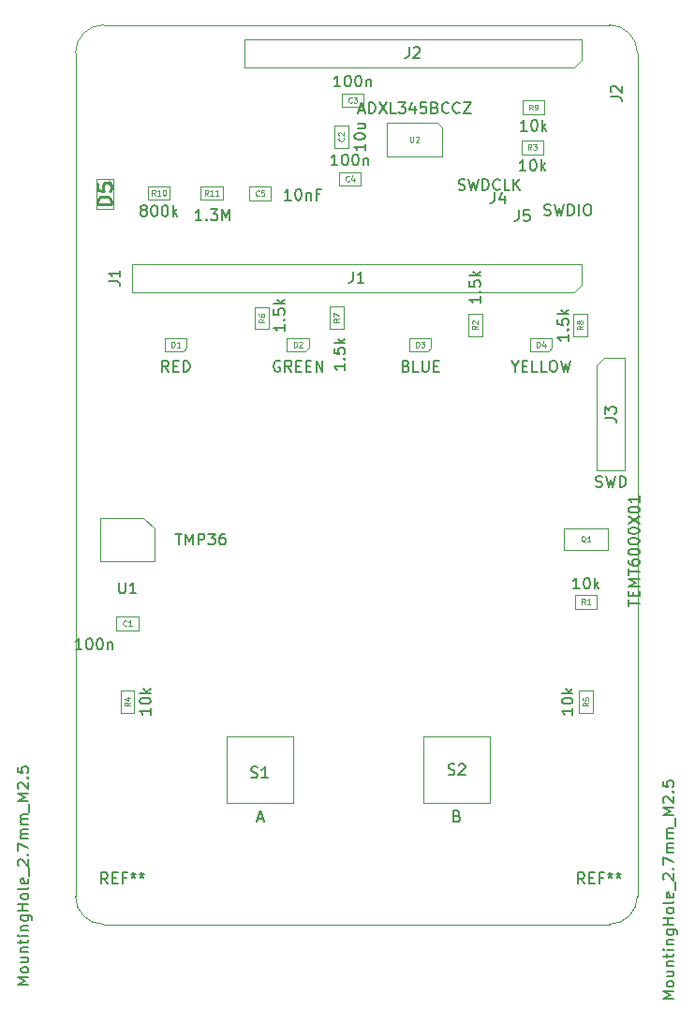
<source format=gbr>
%TF.GenerationSoftware,KiCad,Pcbnew,(6.0.0-0)*%
%TF.CreationDate,2022-02-21T11:29:55+01:00*%
%TF.ProjectId,burrboard,62757272-626f-4617-9264-2e6b69636164,v4.0*%
%TF.SameCoordinates,Original*%
%TF.FileFunction,AssemblyDrawing,Top*%
%FSLAX46Y46*%
G04 Gerber Fmt 4.6, Leading zero omitted, Abs format (unit mm)*
G04 Created by KiCad (PCBNEW (6.0.0-0)) date 2022-02-21 11:29:55*
%MOMM*%
%LPD*%
G01*
G04 APERTURE LIST*
%TA.AperFunction,Profile*%
%ADD10C,0.050000*%
%TD*%
%ADD11C,0.150000*%
%ADD12C,0.050000*%
%ADD13C,0.080000*%
%ADD14C,0.254000*%
%ADD15C,0.100000*%
G04 APERTURE END LIST*
D10*
X178892200Y-64566800D02*
X178892200Y-140766800D01*
X229692200Y-64566800D02*
G75*
G03*
X227152200Y-62026800I-2540001J-1D01*
G01*
X181432200Y-143306800D02*
X227152200Y-143306800D01*
X227152200Y-62026800D02*
X181432200Y-62026800D01*
X229692200Y-140766800D02*
X229692200Y-64566800D01*
X227152200Y-143306800D02*
G75*
G03*
X229692200Y-140766800I-1J2540001D01*
G01*
X178892200Y-140766800D02*
G75*
G03*
X181432200Y-143306800I2540001J1D01*
G01*
X181432200Y-62026800D02*
G75*
G03*
X178892200Y-64566800I1J-2540001D01*
G01*
D11*
%TO.C,S2*%
X213380628Y-133532571D02*
X213523485Y-133580190D01*
X213571104Y-133627809D01*
X213618723Y-133723047D01*
X213618723Y-133865904D01*
X213571104Y-133961142D01*
X213523485Y-134008761D01*
X213428247Y-134056380D01*
X213047295Y-134056380D01*
X213047295Y-133056380D01*
X213380628Y-133056380D01*
X213475866Y-133104000D01*
X213523485Y-133151619D01*
X213571104Y-133246857D01*
X213571104Y-133342095D01*
X213523485Y-133437333D01*
X213475866Y-133484952D01*
X213380628Y-133532571D01*
X213047295Y-133532571D01*
X212598095Y-129766961D02*
X212740952Y-129814580D01*
X212979047Y-129814580D01*
X213074285Y-129766961D01*
X213121904Y-129719342D01*
X213169523Y-129624104D01*
X213169523Y-129528866D01*
X213121904Y-129433628D01*
X213074285Y-129386009D01*
X212979047Y-129338390D01*
X212788571Y-129290771D01*
X212693333Y-129243152D01*
X212645714Y-129195533D01*
X212598095Y-129100295D01*
X212598095Y-129005057D01*
X212645714Y-128909819D01*
X212693333Y-128862200D01*
X212788571Y-128814580D01*
X213026666Y-128814580D01*
X213169523Y-128862200D01*
X213550476Y-128909819D02*
X213598095Y-128862200D01*
X213693333Y-128814580D01*
X213931428Y-128814580D01*
X214026666Y-128862200D01*
X214074285Y-128909819D01*
X214121904Y-129005057D01*
X214121904Y-129100295D01*
X214074285Y-129243152D01*
X213502857Y-129814580D01*
X214121904Y-129814580D01*
%TO.C,Q1*%
X228865180Y-114548609D02*
X228865180Y-113977180D01*
X229865180Y-114262895D02*
X228865180Y-114262895D01*
X229341371Y-113643847D02*
X229341371Y-113310514D01*
X229865180Y-113167657D02*
X229865180Y-113643847D01*
X228865180Y-113643847D01*
X228865180Y-113167657D01*
X229865180Y-112739085D02*
X228865180Y-112739085D01*
X229579466Y-112405752D01*
X228865180Y-112072419D01*
X229865180Y-112072419D01*
X228865180Y-111739085D02*
X228865180Y-111167657D01*
X229865180Y-111453371D02*
X228865180Y-111453371D01*
X228865180Y-110405752D02*
X228865180Y-110596228D01*
X228912800Y-110691466D01*
X228960419Y-110739085D01*
X229103276Y-110834323D01*
X229293752Y-110881942D01*
X229674704Y-110881942D01*
X229769942Y-110834323D01*
X229817561Y-110786704D01*
X229865180Y-110691466D01*
X229865180Y-110500990D01*
X229817561Y-110405752D01*
X229769942Y-110358133D01*
X229674704Y-110310514D01*
X229436609Y-110310514D01*
X229341371Y-110358133D01*
X229293752Y-110405752D01*
X229246133Y-110500990D01*
X229246133Y-110691466D01*
X229293752Y-110786704D01*
X229341371Y-110834323D01*
X229436609Y-110881942D01*
X228865180Y-109691466D02*
X228865180Y-109596228D01*
X228912800Y-109500990D01*
X228960419Y-109453371D01*
X229055657Y-109405752D01*
X229246133Y-109358133D01*
X229484228Y-109358133D01*
X229674704Y-109405752D01*
X229769942Y-109453371D01*
X229817561Y-109500990D01*
X229865180Y-109596228D01*
X229865180Y-109691466D01*
X229817561Y-109786704D01*
X229769942Y-109834323D01*
X229674704Y-109881942D01*
X229484228Y-109929561D01*
X229246133Y-109929561D01*
X229055657Y-109881942D01*
X228960419Y-109834323D01*
X228912800Y-109786704D01*
X228865180Y-109691466D01*
X228865180Y-108739085D02*
X228865180Y-108643847D01*
X228912800Y-108548609D01*
X228960419Y-108500990D01*
X229055657Y-108453371D01*
X229246133Y-108405752D01*
X229484228Y-108405752D01*
X229674704Y-108453371D01*
X229769942Y-108500990D01*
X229817561Y-108548609D01*
X229865180Y-108643847D01*
X229865180Y-108739085D01*
X229817561Y-108834323D01*
X229769942Y-108881942D01*
X229674704Y-108929561D01*
X229484228Y-108977180D01*
X229246133Y-108977180D01*
X229055657Y-108929561D01*
X228960419Y-108881942D01*
X228912800Y-108834323D01*
X228865180Y-108739085D01*
X228865180Y-107786704D02*
X228865180Y-107691466D01*
X228912800Y-107596228D01*
X228960419Y-107548609D01*
X229055657Y-107500990D01*
X229246133Y-107453371D01*
X229484228Y-107453371D01*
X229674704Y-107500990D01*
X229769942Y-107548609D01*
X229817561Y-107596228D01*
X229865180Y-107691466D01*
X229865180Y-107786704D01*
X229817561Y-107881942D01*
X229769942Y-107929561D01*
X229674704Y-107977180D01*
X229484228Y-108024800D01*
X229246133Y-108024800D01*
X229055657Y-107977180D01*
X228960419Y-107929561D01*
X228912800Y-107881942D01*
X228865180Y-107786704D01*
X228865180Y-107120038D02*
X229865180Y-106453371D01*
X228865180Y-106453371D02*
X229865180Y-107120038D01*
X228865180Y-105881942D02*
X228865180Y-105786704D01*
X228912800Y-105691466D01*
X228960419Y-105643847D01*
X229055657Y-105596228D01*
X229246133Y-105548609D01*
X229484228Y-105548609D01*
X229674704Y-105596228D01*
X229769942Y-105643847D01*
X229817561Y-105691466D01*
X229865180Y-105786704D01*
X229865180Y-105881942D01*
X229817561Y-105977180D01*
X229769942Y-106024800D01*
X229674704Y-106072419D01*
X229484228Y-106120038D01*
X229246133Y-106120038D01*
X229055657Y-106072419D01*
X228960419Y-106024800D01*
X228912800Y-105977180D01*
X228865180Y-105881942D01*
X229865180Y-104596228D02*
X229865180Y-105167657D01*
X229865180Y-104881942D02*
X228865180Y-104881942D01*
X229008038Y-104977180D01*
X229103276Y-105072419D01*
X229150895Y-105167657D01*
D12*
X224996380Y-108782609D02*
X224948761Y-108758800D01*
X224901142Y-108711180D01*
X224829714Y-108639752D01*
X224782095Y-108615942D01*
X224734476Y-108615942D01*
X224758285Y-108734990D02*
X224710666Y-108711180D01*
X224663047Y-108663561D01*
X224639238Y-108568323D01*
X224639238Y-108401657D01*
X224663047Y-108306419D01*
X224710666Y-108258800D01*
X224758285Y-108234990D01*
X224853523Y-108234990D01*
X224901142Y-108258800D01*
X224948761Y-108306419D01*
X224972571Y-108401657D01*
X224972571Y-108568323D01*
X224948761Y-108663561D01*
X224901142Y-108711180D01*
X224853523Y-108734990D01*
X224758285Y-108734990D01*
X225448761Y-108734990D02*
X225163047Y-108734990D01*
X225305904Y-108734990D02*
X225305904Y-108234990D01*
X225258285Y-108306419D01*
X225210666Y-108354038D01*
X225163047Y-108377847D01*
D11*
%TO.C,S1*%
X195341904Y-133736655D02*
X195818095Y-133736655D01*
X195246666Y-134022369D02*
X195580000Y-133022369D01*
X195913333Y-134022369D01*
X194767295Y-130020961D02*
X194910152Y-130068580D01*
X195148247Y-130068580D01*
X195243485Y-130020961D01*
X195291104Y-129973342D01*
X195338723Y-129878104D01*
X195338723Y-129782866D01*
X195291104Y-129687628D01*
X195243485Y-129640009D01*
X195148247Y-129592390D01*
X194957771Y-129544771D01*
X194862533Y-129497152D01*
X194814914Y-129449533D01*
X194767295Y-129354295D01*
X194767295Y-129259057D01*
X194814914Y-129163819D01*
X194862533Y-129116200D01*
X194957771Y-129068580D01*
X195195866Y-129068580D01*
X195338723Y-129116200D01*
X196291104Y-130068580D02*
X195719676Y-130068580D01*
X196005390Y-130068580D02*
X196005390Y-129068580D01*
X195910152Y-129211438D01*
X195814914Y-129306676D01*
X195719676Y-129354295D01*
%TO.C,J1*%
X181924580Y-85220133D02*
X182638866Y-85220133D01*
X182781723Y-85267752D01*
X182876961Y-85362990D01*
X182924580Y-85505847D01*
X182924580Y-85601085D01*
X182924580Y-84220133D02*
X182924580Y-84791561D01*
X182924580Y-84505847D02*
X181924580Y-84505847D01*
X182067438Y-84601085D01*
X182162676Y-84696323D01*
X182210295Y-84791561D01*
X203958866Y-84339180D02*
X203958866Y-85053466D01*
X203911247Y-85196323D01*
X203816009Y-85291561D01*
X203673152Y-85339180D01*
X203577914Y-85339180D01*
X204958866Y-85339180D02*
X204387438Y-85339180D01*
X204673152Y-85339180D02*
X204673152Y-84339180D01*
X204577914Y-84482038D01*
X204482676Y-84577276D01*
X204387438Y-84624895D01*
%TO.C,J2*%
X227264980Y-68532333D02*
X227979266Y-68532333D01*
X228122123Y-68579952D01*
X228217361Y-68675190D01*
X228264980Y-68818047D01*
X228264980Y-68913285D01*
X227360219Y-68103761D02*
X227312600Y-68056142D01*
X227264980Y-67960904D01*
X227264980Y-67722809D01*
X227312600Y-67627571D01*
X227360219Y-67579952D01*
X227455457Y-67532333D01*
X227550695Y-67532333D01*
X227693552Y-67579952D01*
X228264980Y-68151380D01*
X228264980Y-67532333D01*
X209038866Y-64019180D02*
X209038866Y-64733466D01*
X208991247Y-64876323D01*
X208896009Y-64971561D01*
X208753152Y-65019180D01*
X208657914Y-65019180D01*
X209467438Y-64114419D02*
X209515057Y-64066800D01*
X209610295Y-64019180D01*
X209848390Y-64019180D01*
X209943628Y-64066800D01*
X209991247Y-64114419D01*
X210038866Y-64209657D01*
X210038866Y-64304895D01*
X209991247Y-64447752D01*
X209419819Y-65019180D01*
X210038866Y-65019180D01*
%TO.C,D2*%
X197367733Y-92413200D02*
X197272495Y-92365580D01*
X197129638Y-92365580D01*
X196986780Y-92413200D01*
X196891542Y-92508438D01*
X196843923Y-92603676D01*
X196796304Y-92794152D01*
X196796304Y-92937009D01*
X196843923Y-93127485D01*
X196891542Y-93222723D01*
X196986780Y-93317961D01*
X197129638Y-93365580D01*
X197224876Y-93365580D01*
X197367733Y-93317961D01*
X197415352Y-93270342D01*
X197415352Y-92937009D01*
X197224876Y-92937009D01*
X198415352Y-93365580D02*
X198082019Y-92889390D01*
X197843923Y-93365580D02*
X197843923Y-92365580D01*
X198224876Y-92365580D01*
X198320114Y-92413200D01*
X198367733Y-92460819D01*
X198415352Y-92556057D01*
X198415352Y-92698914D01*
X198367733Y-92794152D01*
X198320114Y-92841771D01*
X198224876Y-92889390D01*
X197843923Y-92889390D01*
X198843923Y-92841771D02*
X199177257Y-92841771D01*
X199320114Y-93365580D02*
X198843923Y-93365580D01*
X198843923Y-92365580D01*
X199320114Y-92365580D01*
X199748685Y-92841771D02*
X200082019Y-92841771D01*
X200224876Y-93365580D02*
X199748685Y-93365580D01*
X199748685Y-92365580D01*
X200224876Y-92365580D01*
X200653447Y-93365580D02*
X200653447Y-92365580D01*
X201224876Y-93365580D01*
X201224876Y-92365580D01*
D13*
X198639952Y-91158190D02*
X198639952Y-90658190D01*
X198759000Y-90658190D01*
X198830428Y-90682000D01*
X198878047Y-90729619D01*
X198901857Y-90777238D01*
X198925666Y-90872476D01*
X198925666Y-90943904D01*
X198901857Y-91039142D01*
X198878047Y-91086761D01*
X198830428Y-91134380D01*
X198759000Y-91158190D01*
X198639952Y-91158190D01*
X199116142Y-90705809D02*
X199139952Y-90682000D01*
X199187571Y-90658190D01*
X199306619Y-90658190D01*
X199354238Y-90682000D01*
X199378047Y-90705809D01*
X199401857Y-90753428D01*
X199401857Y-90801047D01*
X199378047Y-90872476D01*
X199092333Y-91158190D01*
X199401857Y-91158190D01*
D11*
%TO.C,D4*%
X218622857Y-92889390D02*
X218622857Y-93365580D01*
X218289523Y-92365580D02*
X218622857Y-92889390D01*
X218956190Y-92365580D01*
X219289523Y-92841771D02*
X219622857Y-92841771D01*
X219765714Y-93365580D02*
X219289523Y-93365580D01*
X219289523Y-92365580D01*
X219765714Y-92365580D01*
X220670476Y-93365580D02*
X220194285Y-93365580D01*
X220194285Y-92365580D01*
X221480000Y-93365580D02*
X221003809Y-93365580D01*
X221003809Y-92365580D01*
X222003809Y-92365580D02*
X222194285Y-92365580D01*
X222289523Y-92413200D01*
X222384761Y-92508438D01*
X222432380Y-92698914D01*
X222432380Y-93032247D01*
X222384761Y-93222723D01*
X222289523Y-93317961D01*
X222194285Y-93365580D01*
X222003809Y-93365580D01*
X221908571Y-93317961D01*
X221813333Y-93222723D01*
X221765714Y-93032247D01*
X221765714Y-92698914D01*
X221813333Y-92508438D01*
X221908571Y-92413200D01*
X222003809Y-92365580D01*
X222765714Y-92365580D02*
X223003809Y-93365580D01*
X223194285Y-92651295D01*
X223384761Y-93365580D01*
X223622857Y-92365580D01*
D13*
X220610952Y-91158190D02*
X220610952Y-90658190D01*
X220730000Y-90658190D01*
X220801428Y-90682000D01*
X220849047Y-90729619D01*
X220872857Y-90777238D01*
X220896666Y-90872476D01*
X220896666Y-90943904D01*
X220872857Y-91039142D01*
X220849047Y-91086761D01*
X220801428Y-91134380D01*
X220730000Y-91158190D01*
X220610952Y-91158190D01*
X221325238Y-90824857D02*
X221325238Y-91158190D01*
X221206190Y-90634380D02*
X221087142Y-90991523D01*
X221396666Y-90991523D01*
D11*
%TO.C,R4*%
X185693580Y-123785238D02*
X185693580Y-124356666D01*
X185693580Y-124070952D02*
X184693580Y-124070952D01*
X184836438Y-124166190D01*
X184931676Y-124261428D01*
X184979295Y-124356666D01*
X184693580Y-123166190D02*
X184693580Y-123070952D01*
X184741200Y-122975714D01*
X184788819Y-122928095D01*
X184884057Y-122880476D01*
X185074533Y-122832857D01*
X185312628Y-122832857D01*
X185503104Y-122880476D01*
X185598342Y-122928095D01*
X185645961Y-122975714D01*
X185693580Y-123070952D01*
X185693580Y-123166190D01*
X185645961Y-123261428D01*
X185598342Y-123309047D01*
X185503104Y-123356666D01*
X185312628Y-123404285D01*
X185074533Y-123404285D01*
X184884057Y-123356666D01*
X184788819Y-123309047D01*
X184741200Y-123261428D01*
X184693580Y-123166190D01*
X185693580Y-122404285D02*
X184693580Y-122404285D01*
X185312628Y-122309047D02*
X185693580Y-122023333D01*
X185026914Y-122023333D02*
X185407866Y-122404285D01*
D13*
X183817390Y-123273333D02*
X183579295Y-123440000D01*
X183817390Y-123559047D02*
X183317390Y-123559047D01*
X183317390Y-123368571D01*
X183341200Y-123320952D01*
X183365009Y-123297142D01*
X183412628Y-123273333D01*
X183484057Y-123273333D01*
X183531676Y-123297142D01*
X183555485Y-123320952D01*
X183579295Y-123368571D01*
X183579295Y-123559047D01*
X183484057Y-122844761D02*
X183817390Y-122844761D01*
X183293580Y-122963809D02*
X183650723Y-123082857D01*
X183650723Y-122773333D01*
D11*
%TO.C,R8*%
X223464380Y-90012733D02*
X223464380Y-90584161D01*
X223464380Y-90298447D02*
X222464380Y-90298447D01*
X222607238Y-90393685D01*
X222702476Y-90488923D01*
X222750095Y-90584161D01*
X223369142Y-89584161D02*
X223416761Y-89536542D01*
X223464380Y-89584161D01*
X223416761Y-89631780D01*
X223369142Y-89584161D01*
X223464380Y-89584161D01*
X222464380Y-88631780D02*
X222464380Y-89107971D01*
X222940571Y-89155590D01*
X222892952Y-89107971D01*
X222845333Y-89012733D01*
X222845333Y-88774638D01*
X222892952Y-88679400D01*
X222940571Y-88631780D01*
X223035809Y-88584161D01*
X223273904Y-88584161D01*
X223369142Y-88631780D01*
X223416761Y-88679400D01*
X223464380Y-88774638D01*
X223464380Y-89012733D01*
X223416761Y-89107971D01*
X223369142Y-89155590D01*
X223464380Y-88155590D02*
X222464380Y-88155590D01*
X223083428Y-88060352D02*
X223464380Y-87774638D01*
X222797714Y-87774638D02*
X223178666Y-88155590D01*
D13*
X224762190Y-89237333D02*
X224524095Y-89404000D01*
X224762190Y-89523047D02*
X224262190Y-89523047D01*
X224262190Y-89332571D01*
X224286000Y-89284952D01*
X224309809Y-89261142D01*
X224357428Y-89237333D01*
X224428857Y-89237333D01*
X224476476Y-89261142D01*
X224500285Y-89284952D01*
X224524095Y-89332571D01*
X224524095Y-89523047D01*
X224476476Y-88951619D02*
X224452666Y-88999238D01*
X224428857Y-89023047D01*
X224381238Y-89046857D01*
X224357428Y-89046857D01*
X224309809Y-89023047D01*
X224286000Y-88999238D01*
X224262190Y-88951619D01*
X224262190Y-88856380D01*
X224286000Y-88808761D01*
X224309809Y-88784952D01*
X224357428Y-88761142D01*
X224381238Y-88761142D01*
X224428857Y-88784952D01*
X224452666Y-88808761D01*
X224476476Y-88856380D01*
X224476476Y-88951619D01*
X224500285Y-88999238D01*
X224524095Y-89023047D01*
X224571714Y-89046857D01*
X224666952Y-89046857D01*
X224714571Y-89023047D01*
X224738380Y-88999238D01*
X224762190Y-88951619D01*
X224762190Y-88856380D01*
X224738380Y-88808761D01*
X224714571Y-88784952D01*
X224666952Y-88761142D01*
X224571714Y-88761142D01*
X224524095Y-88784952D01*
X224500285Y-88808761D01*
X224476476Y-88856380D01*
D11*
%TO.C,R7*%
X203271380Y-92630833D02*
X203271380Y-93202261D01*
X203271380Y-92916547D02*
X202271380Y-92916547D01*
X202414238Y-93011785D01*
X202509476Y-93107023D01*
X202557095Y-93202261D01*
X203176142Y-92202261D02*
X203223761Y-92154642D01*
X203271380Y-92202261D01*
X203223761Y-92249880D01*
X203176142Y-92202261D01*
X203271380Y-92202261D01*
X202271380Y-91249880D02*
X202271380Y-91726071D01*
X202747571Y-91773690D01*
X202699952Y-91726071D01*
X202652333Y-91630833D01*
X202652333Y-91392738D01*
X202699952Y-91297500D01*
X202747571Y-91249880D01*
X202842809Y-91202261D01*
X203080904Y-91202261D01*
X203176142Y-91249880D01*
X203223761Y-91297500D01*
X203271380Y-91392738D01*
X203271380Y-91630833D01*
X203223761Y-91726071D01*
X203176142Y-91773690D01*
X203271380Y-90773690D02*
X202271380Y-90773690D01*
X202890428Y-90678452D02*
X203271380Y-90392738D01*
X202604714Y-90392738D02*
X202985666Y-90773690D01*
D13*
X202740390Y-88576933D02*
X202502295Y-88743600D01*
X202740390Y-88862647D02*
X202240390Y-88862647D01*
X202240390Y-88672171D01*
X202264200Y-88624552D01*
X202288009Y-88600742D01*
X202335628Y-88576933D01*
X202407057Y-88576933D01*
X202454676Y-88600742D01*
X202478485Y-88624552D01*
X202502295Y-88672171D01*
X202502295Y-88862647D01*
X202240390Y-88410266D02*
X202240390Y-88076933D01*
X202740390Y-88291219D01*
D11*
%TO.C,R1*%
X224448761Y-112982380D02*
X223877333Y-112982380D01*
X224163047Y-112982380D02*
X224163047Y-111982380D01*
X224067809Y-112125238D01*
X223972571Y-112220476D01*
X223877333Y-112268095D01*
X225067809Y-111982380D02*
X225163047Y-111982380D01*
X225258285Y-112030000D01*
X225305904Y-112077619D01*
X225353523Y-112172857D01*
X225401142Y-112363333D01*
X225401142Y-112601428D01*
X225353523Y-112791904D01*
X225305904Y-112887142D01*
X225258285Y-112934761D01*
X225163047Y-112982380D01*
X225067809Y-112982380D01*
X224972571Y-112934761D01*
X224924952Y-112887142D01*
X224877333Y-112791904D01*
X224829714Y-112601428D01*
X224829714Y-112363333D01*
X224877333Y-112172857D01*
X224924952Y-112077619D01*
X224972571Y-112030000D01*
X225067809Y-111982380D01*
X225829714Y-112982380D02*
X225829714Y-111982380D01*
X225924952Y-112601428D02*
X226210666Y-112982380D01*
X226210666Y-112315714D02*
X225829714Y-112696666D01*
D13*
X224960666Y-114406190D02*
X224794000Y-114168095D01*
X224674952Y-114406190D02*
X224674952Y-113906190D01*
X224865428Y-113906190D01*
X224913047Y-113930000D01*
X224936857Y-113953809D01*
X224960666Y-114001428D01*
X224960666Y-114072857D01*
X224936857Y-114120476D01*
X224913047Y-114144285D01*
X224865428Y-114168095D01*
X224674952Y-114168095D01*
X225436857Y-114406190D02*
X225151142Y-114406190D01*
X225294000Y-114406190D02*
X225294000Y-113906190D01*
X225246380Y-113977619D01*
X225198761Y-114025238D01*
X225151142Y-114049047D01*
D11*
%TO.C,R5*%
X223846380Y-123785238D02*
X223846380Y-124356666D01*
X223846380Y-124070952D02*
X222846380Y-124070952D01*
X222989238Y-124166190D01*
X223084476Y-124261428D01*
X223132095Y-124356666D01*
X222846380Y-123166190D02*
X222846380Y-123070952D01*
X222894000Y-122975714D01*
X222941619Y-122928095D01*
X223036857Y-122880476D01*
X223227333Y-122832857D01*
X223465428Y-122832857D01*
X223655904Y-122880476D01*
X223751142Y-122928095D01*
X223798761Y-122975714D01*
X223846380Y-123070952D01*
X223846380Y-123166190D01*
X223798761Y-123261428D01*
X223751142Y-123309047D01*
X223655904Y-123356666D01*
X223465428Y-123404285D01*
X223227333Y-123404285D01*
X223036857Y-123356666D01*
X222941619Y-123309047D01*
X222894000Y-123261428D01*
X222846380Y-123166190D01*
X223846380Y-122404285D02*
X222846380Y-122404285D01*
X223465428Y-122309047D02*
X223846380Y-122023333D01*
X223179714Y-122023333D02*
X223560666Y-122404285D01*
D13*
X225270190Y-123273333D02*
X225032095Y-123440000D01*
X225270190Y-123559047D02*
X224770190Y-123559047D01*
X224770190Y-123368571D01*
X224794000Y-123320952D01*
X224817809Y-123297142D01*
X224865428Y-123273333D01*
X224936857Y-123273333D01*
X224984476Y-123297142D01*
X225008285Y-123320952D01*
X225032095Y-123368571D01*
X225032095Y-123559047D01*
X224770190Y-122820952D02*
X224770190Y-123059047D01*
X225008285Y-123082857D01*
X224984476Y-123059047D01*
X224960666Y-123011428D01*
X224960666Y-122892380D01*
X224984476Y-122844761D01*
X225008285Y-122820952D01*
X225055904Y-122797142D01*
X225174952Y-122797142D01*
X225222571Y-122820952D01*
X225246380Y-122844761D01*
X225270190Y-122892380D01*
X225270190Y-123011428D01*
X225246380Y-123059047D01*
X225222571Y-123082857D01*
D11*
%TO.C,U1*%
X187936476Y-108011980D02*
X188507904Y-108011980D01*
X188222190Y-109011980D02*
X188222190Y-108011980D01*
X188841238Y-109011980D02*
X188841238Y-108011980D01*
X189174571Y-108726266D01*
X189507904Y-108011980D01*
X189507904Y-109011980D01*
X189984095Y-109011980D02*
X189984095Y-108011980D01*
X190365047Y-108011980D01*
X190460285Y-108059600D01*
X190507904Y-108107219D01*
X190555523Y-108202457D01*
X190555523Y-108345314D01*
X190507904Y-108440552D01*
X190460285Y-108488171D01*
X190365047Y-108535790D01*
X189984095Y-108535790D01*
X190888857Y-108011980D02*
X191507904Y-108011980D01*
X191174571Y-108392933D01*
X191317428Y-108392933D01*
X191412666Y-108440552D01*
X191460285Y-108488171D01*
X191507904Y-108583409D01*
X191507904Y-108821504D01*
X191460285Y-108916742D01*
X191412666Y-108964361D01*
X191317428Y-109011980D01*
X191031714Y-109011980D01*
X190936476Y-108964361D01*
X190888857Y-108916742D01*
X192365047Y-108011980D02*
X192174571Y-108011980D01*
X192079333Y-108059600D01*
X192031714Y-108107219D01*
X191936476Y-108250076D01*
X191888857Y-108440552D01*
X191888857Y-108821504D01*
X191936476Y-108916742D01*
X191984095Y-108964361D01*
X192079333Y-109011980D01*
X192269809Y-109011980D01*
X192365047Y-108964361D01*
X192412666Y-108916742D01*
X192460285Y-108821504D01*
X192460285Y-108583409D01*
X192412666Y-108488171D01*
X192365047Y-108440552D01*
X192269809Y-108392933D01*
X192079333Y-108392933D01*
X191984095Y-108440552D01*
X191936476Y-108488171D01*
X191888857Y-108583409D01*
X182844533Y-112417133D02*
X182844533Y-113210466D01*
X182891200Y-113303800D01*
X182937866Y-113350466D01*
X183031200Y-113397133D01*
X183217866Y-113397133D01*
X183311200Y-113350466D01*
X183357866Y-113303800D01*
X183404533Y-113210466D01*
X183404533Y-112417133D01*
X184384533Y-113397133D02*
X183824533Y-113397133D01*
X184104533Y-113397133D02*
X184104533Y-112417133D01*
X184011200Y-112557133D01*
X183917866Y-112650466D01*
X183824533Y-112697133D01*
%TO.C,C1*%
X179474952Y-118460780D02*
X178903523Y-118460780D01*
X179189238Y-118460780D02*
X179189238Y-117460780D01*
X179094000Y-117603638D01*
X178998761Y-117698876D01*
X178903523Y-117746495D01*
X180094000Y-117460780D02*
X180189238Y-117460780D01*
X180284476Y-117508400D01*
X180332095Y-117556019D01*
X180379714Y-117651257D01*
X180427333Y-117841733D01*
X180427333Y-118079828D01*
X180379714Y-118270304D01*
X180332095Y-118365542D01*
X180284476Y-118413161D01*
X180189238Y-118460780D01*
X180094000Y-118460780D01*
X179998761Y-118413161D01*
X179951142Y-118365542D01*
X179903523Y-118270304D01*
X179855904Y-118079828D01*
X179855904Y-117841733D01*
X179903523Y-117651257D01*
X179951142Y-117556019D01*
X179998761Y-117508400D01*
X180094000Y-117460780D01*
X181046380Y-117460780D02*
X181141619Y-117460780D01*
X181236857Y-117508400D01*
X181284476Y-117556019D01*
X181332095Y-117651257D01*
X181379714Y-117841733D01*
X181379714Y-118079828D01*
X181332095Y-118270304D01*
X181284476Y-118365542D01*
X181236857Y-118413161D01*
X181141619Y-118460780D01*
X181046380Y-118460780D01*
X180951142Y-118413161D01*
X180903523Y-118365542D01*
X180855904Y-118270304D01*
X180808285Y-118079828D01*
X180808285Y-117841733D01*
X180855904Y-117651257D01*
X180903523Y-117556019D01*
X180951142Y-117508400D01*
X181046380Y-117460780D01*
X181808285Y-117794114D02*
X181808285Y-118460780D01*
X181808285Y-117889352D02*
X181855904Y-117841733D01*
X181951142Y-117794114D01*
X182094000Y-117794114D01*
X182189238Y-117841733D01*
X182236857Y-117936971D01*
X182236857Y-118460780D01*
D13*
X183507866Y-116307371D02*
X183484057Y-116331180D01*
X183412628Y-116354990D01*
X183365009Y-116354990D01*
X183293580Y-116331180D01*
X183245961Y-116283561D01*
X183222152Y-116235942D01*
X183198342Y-116140704D01*
X183198342Y-116069276D01*
X183222152Y-115974038D01*
X183245961Y-115926419D01*
X183293580Y-115878800D01*
X183365009Y-115854990D01*
X183412628Y-115854990D01*
X183484057Y-115878800D01*
X183507866Y-115902609D01*
X183984057Y-116354990D02*
X183698342Y-116354990D01*
X183841200Y-116354990D02*
X183841200Y-115854990D01*
X183793580Y-115926419D01*
X183745961Y-115974038D01*
X183698342Y-115997847D01*
D11*
%TO.C,R6*%
X197810380Y-89098333D02*
X197810380Y-89669761D01*
X197810380Y-89384047D02*
X196810380Y-89384047D01*
X196953238Y-89479285D01*
X197048476Y-89574523D01*
X197096095Y-89669761D01*
X197715142Y-88669761D02*
X197762761Y-88622142D01*
X197810380Y-88669761D01*
X197762761Y-88717380D01*
X197715142Y-88669761D01*
X197810380Y-88669761D01*
X196810380Y-87717380D02*
X196810380Y-88193571D01*
X197286571Y-88241190D01*
X197238952Y-88193571D01*
X197191333Y-88098333D01*
X197191333Y-87860238D01*
X197238952Y-87765000D01*
X197286571Y-87717380D01*
X197381809Y-87669761D01*
X197619904Y-87669761D01*
X197715142Y-87717380D01*
X197762761Y-87765000D01*
X197810380Y-87860238D01*
X197810380Y-88098333D01*
X197762761Y-88193571D01*
X197715142Y-88241190D01*
X197810380Y-87241190D02*
X196810380Y-87241190D01*
X197429428Y-87145952D02*
X197810380Y-86860238D01*
X197143714Y-86860238D02*
X197524666Y-87241190D01*
D13*
X195983990Y-88602333D02*
X195745895Y-88769000D01*
X195983990Y-88888047D02*
X195483990Y-88888047D01*
X195483990Y-88697571D01*
X195507800Y-88649952D01*
X195531609Y-88626142D01*
X195579228Y-88602333D01*
X195650657Y-88602333D01*
X195698276Y-88626142D01*
X195722085Y-88649952D01*
X195745895Y-88697571D01*
X195745895Y-88888047D01*
X195483990Y-88173761D02*
X195483990Y-88269000D01*
X195507800Y-88316619D01*
X195531609Y-88340428D01*
X195603038Y-88388047D01*
X195698276Y-88411857D01*
X195888752Y-88411857D01*
X195936371Y-88388047D01*
X195960180Y-88364238D01*
X195983990Y-88316619D01*
X195983990Y-88221380D01*
X195960180Y-88173761D01*
X195936371Y-88149952D01*
X195888752Y-88126142D01*
X195769704Y-88126142D01*
X195722085Y-88149952D01*
X195698276Y-88173761D01*
X195674466Y-88221380D01*
X195674466Y-88316619D01*
X195698276Y-88364238D01*
X195722085Y-88388047D01*
X195769704Y-88411857D01*
D11*
%TO.C,D1*%
X187317142Y-93365580D02*
X186983809Y-92889390D01*
X186745714Y-93365580D02*
X186745714Y-92365580D01*
X187126666Y-92365580D01*
X187221904Y-92413200D01*
X187269523Y-92460819D01*
X187317142Y-92556057D01*
X187317142Y-92698914D01*
X187269523Y-92794152D01*
X187221904Y-92841771D01*
X187126666Y-92889390D01*
X186745714Y-92889390D01*
X187745714Y-92841771D02*
X188079047Y-92841771D01*
X188221904Y-93365580D02*
X187745714Y-93365580D01*
X187745714Y-92365580D01*
X188221904Y-92365580D01*
X188650476Y-93365580D02*
X188650476Y-92365580D01*
X188888571Y-92365580D01*
X189031428Y-92413200D01*
X189126666Y-92508438D01*
X189174285Y-92603676D01*
X189221904Y-92794152D01*
X189221904Y-92937009D01*
X189174285Y-93127485D01*
X189126666Y-93222723D01*
X189031428Y-93317961D01*
X188888571Y-93365580D01*
X188650476Y-93365580D01*
D13*
X187590952Y-91158190D02*
X187590952Y-90658190D01*
X187710000Y-90658190D01*
X187781428Y-90682000D01*
X187829047Y-90729619D01*
X187852857Y-90777238D01*
X187876666Y-90872476D01*
X187876666Y-90943904D01*
X187852857Y-91039142D01*
X187829047Y-91086761D01*
X187781428Y-91134380D01*
X187710000Y-91158190D01*
X187590952Y-91158190D01*
X188352857Y-91158190D02*
X188067142Y-91158190D01*
X188210000Y-91158190D02*
X188210000Y-90658190D01*
X188162380Y-90729619D01*
X188114761Y-90777238D01*
X188067142Y-90801047D01*
D11*
%TO.C,R2*%
X215514180Y-86558333D02*
X215514180Y-87129761D01*
X215514180Y-86844047D02*
X214514180Y-86844047D01*
X214657038Y-86939285D01*
X214752276Y-87034523D01*
X214799895Y-87129761D01*
X215418942Y-86129761D02*
X215466561Y-86082142D01*
X215514180Y-86129761D01*
X215466561Y-86177380D01*
X215418942Y-86129761D01*
X215514180Y-86129761D01*
X214514180Y-85177380D02*
X214514180Y-85653571D01*
X214990371Y-85701190D01*
X214942752Y-85653571D01*
X214895133Y-85558333D01*
X214895133Y-85320238D01*
X214942752Y-85225000D01*
X214990371Y-85177380D01*
X215085609Y-85129761D01*
X215323704Y-85129761D01*
X215418942Y-85177380D01*
X215466561Y-85225000D01*
X215514180Y-85320238D01*
X215514180Y-85558333D01*
X215466561Y-85653571D01*
X215418942Y-85701190D01*
X215514180Y-84701190D02*
X214514180Y-84701190D01*
X215133228Y-84605952D02*
X215514180Y-84320238D01*
X214847514Y-84320238D02*
X215228466Y-84701190D01*
D13*
X215262590Y-89237333D02*
X215024495Y-89404000D01*
X215262590Y-89523047D02*
X214762590Y-89523047D01*
X214762590Y-89332571D01*
X214786400Y-89284952D01*
X214810209Y-89261142D01*
X214857828Y-89237333D01*
X214929257Y-89237333D01*
X214976876Y-89261142D01*
X215000685Y-89284952D01*
X215024495Y-89332571D01*
X215024495Y-89523047D01*
X214810209Y-89046857D02*
X214786400Y-89023047D01*
X214762590Y-88975428D01*
X214762590Y-88856380D01*
X214786400Y-88808761D01*
X214810209Y-88784952D01*
X214857828Y-88761142D01*
X214905447Y-88761142D01*
X214976876Y-88784952D01*
X215262590Y-89070666D01*
X215262590Y-88761142D01*
D11*
%TO.C,D3*%
X208773876Y-92841771D02*
X208916733Y-92889390D01*
X208964352Y-92937009D01*
X209011971Y-93032247D01*
X209011971Y-93175104D01*
X208964352Y-93270342D01*
X208916733Y-93317961D01*
X208821495Y-93365580D01*
X208440542Y-93365580D01*
X208440542Y-92365580D01*
X208773876Y-92365580D01*
X208869114Y-92413200D01*
X208916733Y-92460819D01*
X208964352Y-92556057D01*
X208964352Y-92651295D01*
X208916733Y-92746533D01*
X208869114Y-92794152D01*
X208773876Y-92841771D01*
X208440542Y-92841771D01*
X209916733Y-93365580D02*
X209440542Y-93365580D01*
X209440542Y-92365580D01*
X210250066Y-92365580D02*
X210250066Y-93175104D01*
X210297685Y-93270342D01*
X210345304Y-93317961D01*
X210440542Y-93365580D01*
X210631019Y-93365580D01*
X210726257Y-93317961D01*
X210773876Y-93270342D01*
X210821495Y-93175104D01*
X210821495Y-92365580D01*
X211297685Y-92841771D02*
X211631019Y-92841771D01*
X211773876Y-93365580D02*
X211297685Y-93365580D01*
X211297685Y-92365580D01*
X211773876Y-92365580D01*
D13*
X209688952Y-91158190D02*
X209688952Y-90658190D01*
X209808000Y-90658190D01*
X209879428Y-90682000D01*
X209927047Y-90729619D01*
X209950857Y-90777238D01*
X209974666Y-90872476D01*
X209974666Y-90943904D01*
X209950857Y-91039142D01*
X209927047Y-91086761D01*
X209879428Y-91134380D01*
X209808000Y-91158190D01*
X209688952Y-91158190D01*
X210141333Y-90658190D02*
X210450857Y-90658190D01*
X210284190Y-90848666D01*
X210355619Y-90848666D01*
X210403238Y-90872476D01*
X210427047Y-90896285D01*
X210450857Y-90943904D01*
X210450857Y-91062952D01*
X210427047Y-91110571D01*
X210403238Y-91134380D01*
X210355619Y-91158190D01*
X210212761Y-91158190D01*
X210165142Y-91134380D01*
X210141333Y-91110571D01*
D11*
%TO.C,R9*%
X219704761Y-71602380D02*
X219133333Y-71602380D01*
X219419047Y-71602380D02*
X219419047Y-70602380D01*
X219323809Y-70745238D01*
X219228571Y-70840476D01*
X219133333Y-70888095D01*
X220323809Y-70602380D02*
X220419047Y-70602380D01*
X220514285Y-70650000D01*
X220561904Y-70697619D01*
X220609523Y-70792857D01*
X220657142Y-70983333D01*
X220657142Y-71221428D01*
X220609523Y-71411904D01*
X220561904Y-71507142D01*
X220514285Y-71554761D01*
X220419047Y-71602380D01*
X220323809Y-71602380D01*
X220228571Y-71554761D01*
X220180952Y-71507142D01*
X220133333Y-71411904D01*
X220085714Y-71221428D01*
X220085714Y-70983333D01*
X220133333Y-70792857D01*
X220180952Y-70697619D01*
X220228571Y-70650000D01*
X220323809Y-70602380D01*
X221085714Y-71602380D02*
X221085714Y-70602380D01*
X221180952Y-71221428D02*
X221466666Y-71602380D01*
X221466666Y-70935714D02*
X221085714Y-71316666D01*
D13*
X220216666Y-69726190D02*
X220050000Y-69488095D01*
X219930952Y-69726190D02*
X219930952Y-69226190D01*
X220121428Y-69226190D01*
X220169047Y-69250000D01*
X220192857Y-69273809D01*
X220216666Y-69321428D01*
X220216666Y-69392857D01*
X220192857Y-69440476D01*
X220169047Y-69464285D01*
X220121428Y-69488095D01*
X219930952Y-69488095D01*
X220454761Y-69726190D02*
X220550000Y-69726190D01*
X220597619Y-69702380D01*
X220621428Y-69678571D01*
X220669047Y-69607142D01*
X220692857Y-69511904D01*
X220692857Y-69321428D01*
X220669047Y-69273809D01*
X220645238Y-69250000D01*
X220597619Y-69226190D01*
X220502380Y-69226190D01*
X220454761Y-69250000D01*
X220430952Y-69273809D01*
X220407142Y-69321428D01*
X220407142Y-69440476D01*
X220430952Y-69488095D01*
X220454761Y-69511904D01*
X220502380Y-69535714D01*
X220597619Y-69535714D01*
X220645238Y-69511904D01*
X220669047Y-69488095D01*
X220692857Y-69440476D01*
D11*
%TO.C,R11*%
X190312800Y-79700380D02*
X189741371Y-79700380D01*
X190027085Y-79700380D02*
X190027085Y-78700380D01*
X189931847Y-78843238D01*
X189836609Y-78938476D01*
X189741371Y-78986095D01*
X190741371Y-79605142D02*
X190788990Y-79652761D01*
X190741371Y-79700380D01*
X190693752Y-79652761D01*
X190741371Y-79605142D01*
X190741371Y-79700380D01*
X191122323Y-78700380D02*
X191741371Y-78700380D01*
X191408038Y-79081333D01*
X191550895Y-79081333D01*
X191646133Y-79128952D01*
X191693752Y-79176571D01*
X191741371Y-79271809D01*
X191741371Y-79509904D01*
X191693752Y-79605142D01*
X191646133Y-79652761D01*
X191550895Y-79700380D01*
X191265180Y-79700380D01*
X191169942Y-79652761D01*
X191122323Y-79605142D01*
X192169942Y-79700380D02*
X192169942Y-78700380D01*
X192503276Y-79414666D01*
X192836609Y-78700380D01*
X192836609Y-79700380D01*
D13*
X190889771Y-77442190D02*
X190723104Y-77204095D01*
X190604057Y-77442190D02*
X190604057Y-76942190D01*
X190794533Y-76942190D01*
X190842152Y-76966000D01*
X190865961Y-76989809D01*
X190889771Y-77037428D01*
X190889771Y-77108857D01*
X190865961Y-77156476D01*
X190842152Y-77180285D01*
X190794533Y-77204095D01*
X190604057Y-77204095D01*
X191365961Y-77442190D02*
X191080247Y-77442190D01*
X191223104Y-77442190D02*
X191223104Y-76942190D01*
X191175485Y-77013619D01*
X191127866Y-77061238D01*
X191080247Y-77085047D01*
X191842152Y-77442190D02*
X191556438Y-77442190D01*
X191699295Y-77442190D02*
X191699295Y-76942190D01*
X191651676Y-77013619D01*
X191604057Y-77061238D01*
X191556438Y-77085047D01*
D11*
%TO.C,J5*%
X221280952Y-79204761D02*
X221423809Y-79252380D01*
X221661904Y-79252380D01*
X221757142Y-79204761D01*
X221804761Y-79157142D01*
X221852380Y-79061904D01*
X221852380Y-78966666D01*
X221804761Y-78871428D01*
X221757142Y-78823809D01*
X221661904Y-78776190D01*
X221471428Y-78728571D01*
X221376190Y-78680952D01*
X221328571Y-78633333D01*
X221280952Y-78538095D01*
X221280952Y-78442857D01*
X221328571Y-78347619D01*
X221376190Y-78300000D01*
X221471428Y-78252380D01*
X221709523Y-78252380D01*
X221852380Y-78300000D01*
X222185714Y-78252380D02*
X222423809Y-79252380D01*
X222614285Y-78538095D01*
X222804761Y-79252380D01*
X223042857Y-78252380D01*
X223423809Y-79252380D02*
X223423809Y-78252380D01*
X223661904Y-78252380D01*
X223804761Y-78300000D01*
X223900000Y-78395238D01*
X223947619Y-78490476D01*
X223995238Y-78680952D01*
X223995238Y-78823809D01*
X223947619Y-79014285D01*
X223900000Y-79109523D01*
X223804761Y-79204761D01*
X223661904Y-79252380D01*
X223423809Y-79252380D01*
X224423809Y-79252380D02*
X224423809Y-78252380D01*
X225090476Y-78252380D02*
X225280952Y-78252380D01*
X225376190Y-78300000D01*
X225471428Y-78395238D01*
X225519047Y-78585714D01*
X225519047Y-78919047D01*
X225471428Y-79109523D01*
X225376190Y-79204761D01*
X225280952Y-79252380D01*
X225090476Y-79252380D01*
X224995238Y-79204761D01*
X224900000Y-79109523D01*
X224852380Y-78919047D01*
X224852380Y-78585714D01*
X224900000Y-78395238D01*
X224995238Y-78300000D01*
X225090476Y-78252380D01*
X218966666Y-78752380D02*
X218966666Y-79466666D01*
X218919047Y-79609523D01*
X218823809Y-79704761D01*
X218680952Y-79752380D01*
X218585714Y-79752380D01*
X219919047Y-78752380D02*
X219442857Y-78752380D01*
X219395238Y-79228571D01*
X219442857Y-79180952D01*
X219538095Y-79133333D01*
X219776190Y-79133333D01*
X219871428Y-79180952D01*
X219919047Y-79228571D01*
X219966666Y-79323809D01*
X219966666Y-79561904D01*
X219919047Y-79657142D01*
X219871428Y-79704761D01*
X219776190Y-79752380D01*
X219538095Y-79752380D01*
X219442857Y-79704761D01*
X219395238Y-79657142D01*
D14*
%TO.C,D5*%
X182134523Y-78257380D02*
X180864523Y-78257380D01*
X180864523Y-77955000D01*
X180925000Y-77773571D01*
X181045952Y-77652619D01*
X181166904Y-77592142D01*
X181408809Y-77531666D01*
X181590238Y-77531666D01*
X181832142Y-77592142D01*
X181953095Y-77652619D01*
X182074047Y-77773571D01*
X182134523Y-77955000D01*
X182134523Y-78257380D01*
X180864523Y-76382619D02*
X180864523Y-76987380D01*
X181469285Y-77047857D01*
X181408809Y-76987380D01*
X181348333Y-76866428D01*
X181348333Y-76564047D01*
X181408809Y-76443095D01*
X181469285Y-76382619D01*
X181590238Y-76322142D01*
X181892619Y-76322142D01*
X182013571Y-76382619D01*
X182074047Y-76443095D01*
X182134523Y-76564047D01*
X182134523Y-76866428D01*
X182074047Y-76987380D01*
X182013571Y-77047857D01*
D11*
%TO.C,J4*%
X213538095Y-76904761D02*
X213680952Y-76952380D01*
X213919047Y-76952380D01*
X214014285Y-76904761D01*
X214061904Y-76857142D01*
X214109523Y-76761904D01*
X214109523Y-76666666D01*
X214061904Y-76571428D01*
X214014285Y-76523809D01*
X213919047Y-76476190D01*
X213728571Y-76428571D01*
X213633333Y-76380952D01*
X213585714Y-76333333D01*
X213538095Y-76238095D01*
X213538095Y-76142857D01*
X213585714Y-76047619D01*
X213633333Y-76000000D01*
X213728571Y-75952380D01*
X213966666Y-75952380D01*
X214109523Y-76000000D01*
X214442857Y-75952380D02*
X214680952Y-76952380D01*
X214871428Y-76238095D01*
X215061904Y-76952380D01*
X215300000Y-75952380D01*
X215680952Y-76952380D02*
X215680952Y-75952380D01*
X215919047Y-75952380D01*
X216061904Y-76000000D01*
X216157142Y-76095238D01*
X216204761Y-76190476D01*
X216252380Y-76380952D01*
X216252380Y-76523809D01*
X216204761Y-76714285D01*
X216157142Y-76809523D01*
X216061904Y-76904761D01*
X215919047Y-76952380D01*
X215680952Y-76952380D01*
X217252380Y-76857142D02*
X217204761Y-76904761D01*
X217061904Y-76952380D01*
X216966666Y-76952380D01*
X216823809Y-76904761D01*
X216728571Y-76809523D01*
X216680952Y-76714285D01*
X216633333Y-76523809D01*
X216633333Y-76380952D01*
X216680952Y-76190476D01*
X216728571Y-76095238D01*
X216823809Y-76000000D01*
X216966666Y-75952380D01*
X217061904Y-75952380D01*
X217204761Y-76000000D01*
X217252380Y-76047619D01*
X218157142Y-76952380D02*
X217680952Y-76952380D01*
X217680952Y-75952380D01*
X218490476Y-76952380D02*
X218490476Y-75952380D01*
X219061904Y-76952380D02*
X218633333Y-76380952D01*
X219061904Y-75952380D02*
X218490476Y-76523809D01*
X216766666Y-77152380D02*
X216766666Y-77866666D01*
X216719047Y-78009523D01*
X216623809Y-78104761D01*
X216480952Y-78152380D01*
X216385714Y-78152380D01*
X217671428Y-77485714D02*
X217671428Y-78152380D01*
X217433333Y-77104761D02*
X217195238Y-77819047D01*
X217814285Y-77819047D01*
%TO.C,R10*%
X184983619Y-78746952D02*
X184888380Y-78699333D01*
X184840761Y-78651714D01*
X184793142Y-78556476D01*
X184793142Y-78508857D01*
X184840761Y-78413619D01*
X184888380Y-78366000D01*
X184983619Y-78318380D01*
X185174095Y-78318380D01*
X185269333Y-78366000D01*
X185316952Y-78413619D01*
X185364571Y-78508857D01*
X185364571Y-78556476D01*
X185316952Y-78651714D01*
X185269333Y-78699333D01*
X185174095Y-78746952D01*
X184983619Y-78746952D01*
X184888380Y-78794571D01*
X184840761Y-78842190D01*
X184793142Y-78937428D01*
X184793142Y-79127904D01*
X184840761Y-79223142D01*
X184888380Y-79270761D01*
X184983619Y-79318380D01*
X185174095Y-79318380D01*
X185269333Y-79270761D01*
X185316952Y-79223142D01*
X185364571Y-79127904D01*
X185364571Y-78937428D01*
X185316952Y-78842190D01*
X185269333Y-78794571D01*
X185174095Y-78746952D01*
X185983619Y-78318380D02*
X186078857Y-78318380D01*
X186174095Y-78366000D01*
X186221714Y-78413619D01*
X186269333Y-78508857D01*
X186316952Y-78699333D01*
X186316952Y-78937428D01*
X186269333Y-79127904D01*
X186221714Y-79223142D01*
X186174095Y-79270761D01*
X186078857Y-79318380D01*
X185983619Y-79318380D01*
X185888380Y-79270761D01*
X185840761Y-79223142D01*
X185793142Y-79127904D01*
X185745523Y-78937428D01*
X185745523Y-78699333D01*
X185793142Y-78508857D01*
X185840761Y-78413619D01*
X185888380Y-78366000D01*
X185983619Y-78318380D01*
X186936000Y-78318380D02*
X187031238Y-78318380D01*
X187126476Y-78366000D01*
X187174095Y-78413619D01*
X187221714Y-78508857D01*
X187269333Y-78699333D01*
X187269333Y-78937428D01*
X187221714Y-79127904D01*
X187174095Y-79223142D01*
X187126476Y-79270761D01*
X187031238Y-79318380D01*
X186936000Y-79318380D01*
X186840761Y-79270761D01*
X186793142Y-79223142D01*
X186745523Y-79127904D01*
X186697904Y-78937428D01*
X186697904Y-78699333D01*
X186745523Y-78508857D01*
X186793142Y-78413619D01*
X186840761Y-78366000D01*
X186936000Y-78318380D01*
X187697904Y-79318380D02*
X187697904Y-78318380D01*
X187793142Y-78937428D02*
X188078857Y-79318380D01*
X188078857Y-78651714D02*
X187697904Y-79032666D01*
D13*
X186114571Y-77442190D02*
X185947904Y-77204095D01*
X185828857Y-77442190D02*
X185828857Y-76942190D01*
X186019333Y-76942190D01*
X186066952Y-76966000D01*
X186090761Y-76989809D01*
X186114571Y-77037428D01*
X186114571Y-77108857D01*
X186090761Y-77156476D01*
X186066952Y-77180285D01*
X186019333Y-77204095D01*
X185828857Y-77204095D01*
X186590761Y-77442190D02*
X186305047Y-77442190D01*
X186447904Y-77442190D02*
X186447904Y-76942190D01*
X186400285Y-77013619D01*
X186352666Y-77061238D01*
X186305047Y-77085047D01*
X186900285Y-76942190D02*
X186947904Y-76942190D01*
X186995523Y-76966000D01*
X187019333Y-76989809D01*
X187043142Y-77037428D01*
X187066952Y-77132666D01*
X187066952Y-77251714D01*
X187043142Y-77346952D01*
X187019333Y-77394571D01*
X186995523Y-77418380D01*
X186947904Y-77442190D01*
X186900285Y-77442190D01*
X186852666Y-77418380D01*
X186828857Y-77394571D01*
X186805047Y-77346952D01*
X186781238Y-77251714D01*
X186781238Y-77132666D01*
X186805047Y-77037428D01*
X186828857Y-76989809D01*
X186852666Y-76966000D01*
X186900285Y-76942190D01*
D11*
%TO.C,C5*%
X198369371Y-77864780D02*
X197797942Y-77864780D01*
X198083657Y-77864780D02*
X198083657Y-76864780D01*
X197988419Y-77007638D01*
X197893180Y-77102876D01*
X197797942Y-77150495D01*
X198988419Y-76864780D02*
X199083657Y-76864780D01*
X199178895Y-76912400D01*
X199226514Y-76960019D01*
X199274133Y-77055257D01*
X199321752Y-77245733D01*
X199321752Y-77483828D01*
X199274133Y-77674304D01*
X199226514Y-77769542D01*
X199178895Y-77817161D01*
X199083657Y-77864780D01*
X198988419Y-77864780D01*
X198893180Y-77817161D01*
X198845561Y-77769542D01*
X198797942Y-77674304D01*
X198750323Y-77483828D01*
X198750323Y-77245733D01*
X198797942Y-77055257D01*
X198845561Y-76960019D01*
X198893180Y-76912400D01*
X198988419Y-76864780D01*
X199750323Y-77198114D02*
X199750323Y-77864780D01*
X199750323Y-77293352D02*
X199797942Y-77245733D01*
X199893180Y-77198114D01*
X200036038Y-77198114D01*
X200131276Y-77245733D01*
X200178895Y-77340971D01*
X200178895Y-77864780D01*
X200988419Y-77340971D02*
X200655085Y-77340971D01*
X200655085Y-77864780D02*
X200655085Y-76864780D01*
X201131276Y-76864780D01*
D13*
X195496666Y-77438571D02*
X195472857Y-77462380D01*
X195401428Y-77486190D01*
X195353809Y-77486190D01*
X195282380Y-77462380D01*
X195234761Y-77414761D01*
X195210952Y-77367142D01*
X195187142Y-77271904D01*
X195187142Y-77200476D01*
X195210952Y-77105238D01*
X195234761Y-77057619D01*
X195282380Y-77010000D01*
X195353809Y-76986190D01*
X195401428Y-76986190D01*
X195472857Y-77010000D01*
X195496666Y-77033809D01*
X195949047Y-76986190D02*
X195710952Y-76986190D01*
X195687142Y-77224285D01*
X195710952Y-77200476D01*
X195758571Y-77176666D01*
X195877619Y-77176666D01*
X195925238Y-77200476D01*
X195949047Y-77224285D01*
X195972857Y-77271904D01*
X195972857Y-77390952D01*
X195949047Y-77438571D01*
X195925238Y-77462380D01*
X195877619Y-77486190D01*
X195758571Y-77486190D01*
X195710952Y-77462380D01*
X195687142Y-77438571D01*
D11*
%TO.C,REF\u002A\u002A*%
X174646380Y-148771333D02*
X173646380Y-148771333D01*
X174360666Y-148438000D01*
X173646380Y-148104666D01*
X174646380Y-148104666D01*
X174646380Y-147485619D02*
X174598761Y-147580857D01*
X174551142Y-147628476D01*
X174455904Y-147676095D01*
X174170190Y-147676095D01*
X174074952Y-147628476D01*
X174027333Y-147580857D01*
X173979714Y-147485619D01*
X173979714Y-147342761D01*
X174027333Y-147247523D01*
X174074952Y-147199904D01*
X174170190Y-147152285D01*
X174455904Y-147152285D01*
X174551142Y-147199904D01*
X174598761Y-147247523D01*
X174646380Y-147342761D01*
X174646380Y-147485619D01*
X173979714Y-146295142D02*
X174646380Y-146295142D01*
X173979714Y-146723714D02*
X174503523Y-146723714D01*
X174598761Y-146676095D01*
X174646380Y-146580857D01*
X174646380Y-146438000D01*
X174598761Y-146342761D01*
X174551142Y-146295142D01*
X173979714Y-145818952D02*
X174646380Y-145818952D01*
X174074952Y-145818952D02*
X174027333Y-145771333D01*
X173979714Y-145676095D01*
X173979714Y-145533238D01*
X174027333Y-145438000D01*
X174122571Y-145390380D01*
X174646380Y-145390380D01*
X173979714Y-145057047D02*
X173979714Y-144676095D01*
X173646380Y-144914190D02*
X174503523Y-144914190D01*
X174598761Y-144866571D01*
X174646380Y-144771333D01*
X174646380Y-144676095D01*
X174646380Y-144342761D02*
X173979714Y-144342761D01*
X173646380Y-144342761D02*
X173694000Y-144390380D01*
X173741619Y-144342761D01*
X173694000Y-144295142D01*
X173646380Y-144342761D01*
X173741619Y-144342761D01*
X173979714Y-143866571D02*
X174646380Y-143866571D01*
X174074952Y-143866571D02*
X174027333Y-143818952D01*
X173979714Y-143723714D01*
X173979714Y-143580857D01*
X174027333Y-143485619D01*
X174122571Y-143438000D01*
X174646380Y-143438000D01*
X173979714Y-142533238D02*
X174789238Y-142533238D01*
X174884476Y-142580857D01*
X174932095Y-142628476D01*
X174979714Y-142723714D01*
X174979714Y-142866571D01*
X174932095Y-142961809D01*
X174598761Y-142533238D02*
X174646380Y-142628476D01*
X174646380Y-142818952D01*
X174598761Y-142914190D01*
X174551142Y-142961809D01*
X174455904Y-143009428D01*
X174170190Y-143009428D01*
X174074952Y-142961809D01*
X174027333Y-142914190D01*
X173979714Y-142818952D01*
X173979714Y-142628476D01*
X174027333Y-142533238D01*
X174646380Y-142057047D02*
X173646380Y-142057047D01*
X174122571Y-142057047D02*
X174122571Y-141485619D01*
X174646380Y-141485619D02*
X173646380Y-141485619D01*
X174646380Y-140866571D02*
X174598761Y-140961809D01*
X174551142Y-141009428D01*
X174455904Y-141057047D01*
X174170190Y-141057047D01*
X174074952Y-141009428D01*
X174027333Y-140961809D01*
X173979714Y-140866571D01*
X173979714Y-140723714D01*
X174027333Y-140628476D01*
X174074952Y-140580857D01*
X174170190Y-140533238D01*
X174455904Y-140533238D01*
X174551142Y-140580857D01*
X174598761Y-140628476D01*
X174646380Y-140723714D01*
X174646380Y-140866571D01*
X174646380Y-139961809D02*
X174598761Y-140057047D01*
X174503523Y-140104666D01*
X173646380Y-140104666D01*
X174598761Y-139199904D02*
X174646380Y-139295142D01*
X174646380Y-139485619D01*
X174598761Y-139580857D01*
X174503523Y-139628476D01*
X174122571Y-139628476D01*
X174027333Y-139580857D01*
X173979714Y-139485619D01*
X173979714Y-139295142D01*
X174027333Y-139199904D01*
X174122571Y-139152285D01*
X174217809Y-139152285D01*
X174313047Y-139628476D01*
X174741619Y-138961809D02*
X174741619Y-138199904D01*
X173741619Y-138009428D02*
X173694000Y-137961809D01*
X173646380Y-137866571D01*
X173646380Y-137628476D01*
X173694000Y-137533238D01*
X173741619Y-137485619D01*
X173836857Y-137438000D01*
X173932095Y-137438000D01*
X174074952Y-137485619D01*
X174646380Y-138057047D01*
X174646380Y-137438000D01*
X174551142Y-137009428D02*
X174598761Y-136961809D01*
X174646380Y-137009428D01*
X174598761Y-137057047D01*
X174551142Y-137009428D01*
X174646380Y-137009428D01*
X173646380Y-136628476D02*
X173646380Y-135961809D01*
X174646380Y-136390380D01*
X174646380Y-135580857D02*
X173979714Y-135580857D01*
X174074952Y-135580857D02*
X174027333Y-135533238D01*
X173979714Y-135438000D01*
X173979714Y-135295142D01*
X174027333Y-135199904D01*
X174122571Y-135152285D01*
X174646380Y-135152285D01*
X174122571Y-135152285D02*
X174027333Y-135104666D01*
X173979714Y-135009428D01*
X173979714Y-134866571D01*
X174027333Y-134771333D01*
X174122571Y-134723714D01*
X174646380Y-134723714D01*
X174646380Y-134247523D02*
X173979714Y-134247523D01*
X174074952Y-134247523D02*
X174027333Y-134199904D01*
X173979714Y-134104666D01*
X173979714Y-133961809D01*
X174027333Y-133866571D01*
X174122571Y-133818952D01*
X174646380Y-133818952D01*
X174122571Y-133818952D02*
X174027333Y-133771333D01*
X173979714Y-133676095D01*
X173979714Y-133533238D01*
X174027333Y-133438000D01*
X174122571Y-133390380D01*
X174646380Y-133390380D01*
X174741619Y-133152285D02*
X174741619Y-132390380D01*
X174646380Y-132152285D02*
X173646380Y-132152285D01*
X174360666Y-131818952D01*
X173646380Y-131485619D01*
X174646380Y-131485619D01*
X173741619Y-131057047D02*
X173694000Y-131009428D01*
X173646380Y-130914190D01*
X173646380Y-130676095D01*
X173694000Y-130580857D01*
X173741619Y-130533238D01*
X173836857Y-130485619D01*
X173932095Y-130485619D01*
X174074952Y-130533238D01*
X174646380Y-131104666D01*
X174646380Y-130485619D01*
X174551142Y-130057047D02*
X174598761Y-130009428D01*
X174646380Y-130057047D01*
X174598761Y-130104666D01*
X174551142Y-130057047D01*
X174646380Y-130057047D01*
X173646380Y-129104666D02*
X173646380Y-129580857D01*
X174122571Y-129628476D01*
X174074952Y-129580857D01*
X174027333Y-129485619D01*
X174027333Y-129247523D01*
X174074952Y-129152285D01*
X174122571Y-129104666D01*
X174217809Y-129057047D01*
X174455904Y-129057047D01*
X174551142Y-129104666D01*
X174598761Y-129152285D01*
X174646380Y-129247523D01*
X174646380Y-129485619D01*
X174598761Y-129580857D01*
X174551142Y-129628476D01*
X181796666Y-139644380D02*
X181463333Y-139168190D01*
X181225238Y-139644380D02*
X181225238Y-138644380D01*
X181606190Y-138644380D01*
X181701428Y-138692000D01*
X181749047Y-138739619D01*
X181796666Y-138834857D01*
X181796666Y-138977714D01*
X181749047Y-139072952D01*
X181701428Y-139120571D01*
X181606190Y-139168190D01*
X181225238Y-139168190D01*
X182225238Y-139120571D02*
X182558571Y-139120571D01*
X182701428Y-139644380D02*
X182225238Y-139644380D01*
X182225238Y-138644380D01*
X182701428Y-138644380D01*
X183463333Y-139120571D02*
X183130000Y-139120571D01*
X183130000Y-139644380D02*
X183130000Y-138644380D01*
X183606190Y-138644380D01*
X184130000Y-138644380D02*
X184130000Y-138882476D01*
X183891904Y-138787238D02*
X184130000Y-138882476D01*
X184368095Y-138787238D01*
X183987142Y-139072952D02*
X184130000Y-138882476D01*
X184272857Y-139072952D01*
X184891904Y-138644380D02*
X184891904Y-138882476D01*
X184653809Y-138787238D02*
X184891904Y-138882476D01*
X185130000Y-138787238D01*
X184749047Y-139072952D02*
X184891904Y-138882476D01*
X185034761Y-139072952D01*
%TO.C,U2*%
X204526190Y-69731666D02*
X205002380Y-69731666D01*
X204430952Y-70017380D02*
X204764285Y-69017380D01*
X205097619Y-70017380D01*
X205430952Y-70017380D02*
X205430952Y-69017380D01*
X205669047Y-69017380D01*
X205811904Y-69065000D01*
X205907142Y-69160238D01*
X205954761Y-69255476D01*
X206002380Y-69445952D01*
X206002380Y-69588809D01*
X205954761Y-69779285D01*
X205907142Y-69874523D01*
X205811904Y-69969761D01*
X205669047Y-70017380D01*
X205430952Y-70017380D01*
X206335714Y-69017380D02*
X207002380Y-70017380D01*
X207002380Y-69017380D02*
X206335714Y-70017380D01*
X207859523Y-70017380D02*
X207383333Y-70017380D01*
X207383333Y-69017380D01*
X208097619Y-69017380D02*
X208716666Y-69017380D01*
X208383333Y-69398333D01*
X208526190Y-69398333D01*
X208621428Y-69445952D01*
X208669047Y-69493571D01*
X208716666Y-69588809D01*
X208716666Y-69826904D01*
X208669047Y-69922142D01*
X208621428Y-69969761D01*
X208526190Y-70017380D01*
X208240476Y-70017380D01*
X208145238Y-69969761D01*
X208097619Y-69922142D01*
X209573809Y-69350714D02*
X209573809Y-70017380D01*
X209335714Y-68969761D02*
X209097619Y-69684047D01*
X209716666Y-69684047D01*
X210573809Y-69017380D02*
X210097619Y-69017380D01*
X210050000Y-69493571D01*
X210097619Y-69445952D01*
X210192857Y-69398333D01*
X210430952Y-69398333D01*
X210526190Y-69445952D01*
X210573809Y-69493571D01*
X210621428Y-69588809D01*
X210621428Y-69826904D01*
X210573809Y-69922142D01*
X210526190Y-69969761D01*
X210430952Y-70017380D01*
X210192857Y-70017380D01*
X210097619Y-69969761D01*
X210050000Y-69922142D01*
X211383333Y-69493571D02*
X211526190Y-69541190D01*
X211573809Y-69588809D01*
X211621428Y-69684047D01*
X211621428Y-69826904D01*
X211573809Y-69922142D01*
X211526190Y-69969761D01*
X211430952Y-70017380D01*
X211050000Y-70017380D01*
X211050000Y-69017380D01*
X211383333Y-69017380D01*
X211478571Y-69065000D01*
X211526190Y-69112619D01*
X211573809Y-69207857D01*
X211573809Y-69303095D01*
X211526190Y-69398333D01*
X211478571Y-69445952D01*
X211383333Y-69493571D01*
X211050000Y-69493571D01*
X212621428Y-69922142D02*
X212573809Y-69969761D01*
X212430952Y-70017380D01*
X212335714Y-70017380D01*
X212192857Y-69969761D01*
X212097619Y-69874523D01*
X212050000Y-69779285D01*
X212002380Y-69588809D01*
X212002380Y-69445952D01*
X212050000Y-69255476D01*
X212097619Y-69160238D01*
X212192857Y-69065000D01*
X212335714Y-69017380D01*
X212430952Y-69017380D01*
X212573809Y-69065000D01*
X212621428Y-69112619D01*
X213621428Y-69922142D02*
X213573809Y-69969761D01*
X213430952Y-70017380D01*
X213335714Y-70017380D01*
X213192857Y-69969761D01*
X213097619Y-69874523D01*
X213050000Y-69779285D01*
X213002380Y-69588809D01*
X213002380Y-69445952D01*
X213050000Y-69255476D01*
X213097619Y-69160238D01*
X213192857Y-69065000D01*
X213335714Y-69017380D01*
X213430952Y-69017380D01*
X213573809Y-69065000D01*
X213621428Y-69112619D01*
X213954761Y-69017380D02*
X214621428Y-69017380D01*
X213954761Y-70017380D01*
X214621428Y-70017380D01*
D12*
X209169047Y-72116190D02*
X209169047Y-72520952D01*
X209192857Y-72568571D01*
X209216666Y-72592380D01*
X209264285Y-72616190D01*
X209359523Y-72616190D01*
X209407142Y-72592380D01*
X209430952Y-72568571D01*
X209454761Y-72520952D01*
X209454761Y-72116190D01*
X209669047Y-72163809D02*
X209692857Y-72140000D01*
X209740476Y-72116190D01*
X209859523Y-72116190D01*
X209907142Y-72140000D01*
X209930952Y-72163809D01*
X209954761Y-72211428D01*
X209954761Y-72259047D01*
X209930952Y-72330476D01*
X209645238Y-72616190D01*
X209954761Y-72616190D01*
D11*
%TO.C,REF\u002A\u002A*%
X232986380Y-150041333D02*
X231986380Y-150041333D01*
X232700666Y-149708000D01*
X231986380Y-149374666D01*
X232986380Y-149374666D01*
X232986380Y-148755619D02*
X232938761Y-148850857D01*
X232891142Y-148898476D01*
X232795904Y-148946095D01*
X232510190Y-148946095D01*
X232414952Y-148898476D01*
X232367333Y-148850857D01*
X232319714Y-148755619D01*
X232319714Y-148612761D01*
X232367333Y-148517523D01*
X232414952Y-148469904D01*
X232510190Y-148422285D01*
X232795904Y-148422285D01*
X232891142Y-148469904D01*
X232938761Y-148517523D01*
X232986380Y-148612761D01*
X232986380Y-148755619D01*
X232319714Y-147565142D02*
X232986380Y-147565142D01*
X232319714Y-147993714D02*
X232843523Y-147993714D01*
X232938761Y-147946095D01*
X232986380Y-147850857D01*
X232986380Y-147708000D01*
X232938761Y-147612761D01*
X232891142Y-147565142D01*
X232319714Y-147088952D02*
X232986380Y-147088952D01*
X232414952Y-147088952D02*
X232367333Y-147041333D01*
X232319714Y-146946095D01*
X232319714Y-146803238D01*
X232367333Y-146708000D01*
X232462571Y-146660380D01*
X232986380Y-146660380D01*
X232319714Y-146327047D02*
X232319714Y-145946095D01*
X231986380Y-146184190D02*
X232843523Y-146184190D01*
X232938761Y-146136571D01*
X232986380Y-146041333D01*
X232986380Y-145946095D01*
X232986380Y-145612761D02*
X232319714Y-145612761D01*
X231986380Y-145612761D02*
X232034000Y-145660380D01*
X232081619Y-145612761D01*
X232034000Y-145565142D01*
X231986380Y-145612761D01*
X232081619Y-145612761D01*
X232319714Y-145136571D02*
X232986380Y-145136571D01*
X232414952Y-145136571D02*
X232367333Y-145088952D01*
X232319714Y-144993714D01*
X232319714Y-144850857D01*
X232367333Y-144755619D01*
X232462571Y-144708000D01*
X232986380Y-144708000D01*
X232319714Y-143803238D02*
X233129238Y-143803238D01*
X233224476Y-143850857D01*
X233272095Y-143898476D01*
X233319714Y-143993714D01*
X233319714Y-144136571D01*
X233272095Y-144231809D01*
X232938761Y-143803238D02*
X232986380Y-143898476D01*
X232986380Y-144088952D01*
X232938761Y-144184190D01*
X232891142Y-144231809D01*
X232795904Y-144279428D01*
X232510190Y-144279428D01*
X232414952Y-144231809D01*
X232367333Y-144184190D01*
X232319714Y-144088952D01*
X232319714Y-143898476D01*
X232367333Y-143803238D01*
X232986380Y-143327047D02*
X231986380Y-143327047D01*
X232462571Y-143327047D02*
X232462571Y-142755619D01*
X232986380Y-142755619D02*
X231986380Y-142755619D01*
X232986380Y-142136571D02*
X232938761Y-142231809D01*
X232891142Y-142279428D01*
X232795904Y-142327047D01*
X232510190Y-142327047D01*
X232414952Y-142279428D01*
X232367333Y-142231809D01*
X232319714Y-142136571D01*
X232319714Y-141993714D01*
X232367333Y-141898476D01*
X232414952Y-141850857D01*
X232510190Y-141803238D01*
X232795904Y-141803238D01*
X232891142Y-141850857D01*
X232938761Y-141898476D01*
X232986380Y-141993714D01*
X232986380Y-142136571D01*
X232986380Y-141231809D02*
X232938761Y-141327047D01*
X232843523Y-141374666D01*
X231986380Y-141374666D01*
X232938761Y-140469904D02*
X232986380Y-140565142D01*
X232986380Y-140755619D01*
X232938761Y-140850857D01*
X232843523Y-140898476D01*
X232462571Y-140898476D01*
X232367333Y-140850857D01*
X232319714Y-140755619D01*
X232319714Y-140565142D01*
X232367333Y-140469904D01*
X232462571Y-140422285D01*
X232557809Y-140422285D01*
X232653047Y-140898476D01*
X233081619Y-140231809D02*
X233081619Y-139469904D01*
X232081619Y-139279428D02*
X232034000Y-139231809D01*
X231986380Y-139136571D01*
X231986380Y-138898476D01*
X232034000Y-138803238D01*
X232081619Y-138755619D01*
X232176857Y-138708000D01*
X232272095Y-138708000D01*
X232414952Y-138755619D01*
X232986380Y-139327047D01*
X232986380Y-138708000D01*
X232891142Y-138279428D02*
X232938761Y-138231809D01*
X232986380Y-138279428D01*
X232938761Y-138327047D01*
X232891142Y-138279428D01*
X232986380Y-138279428D01*
X231986380Y-137898476D02*
X231986380Y-137231809D01*
X232986380Y-137660380D01*
X232986380Y-136850857D02*
X232319714Y-136850857D01*
X232414952Y-136850857D02*
X232367333Y-136803238D01*
X232319714Y-136708000D01*
X232319714Y-136565142D01*
X232367333Y-136469904D01*
X232462571Y-136422285D01*
X232986380Y-136422285D01*
X232462571Y-136422285D02*
X232367333Y-136374666D01*
X232319714Y-136279428D01*
X232319714Y-136136571D01*
X232367333Y-136041333D01*
X232462571Y-135993714D01*
X232986380Y-135993714D01*
X232986380Y-135517523D02*
X232319714Y-135517523D01*
X232414952Y-135517523D02*
X232367333Y-135469904D01*
X232319714Y-135374666D01*
X232319714Y-135231809D01*
X232367333Y-135136571D01*
X232462571Y-135088952D01*
X232986380Y-135088952D01*
X232462571Y-135088952D02*
X232367333Y-135041333D01*
X232319714Y-134946095D01*
X232319714Y-134803238D01*
X232367333Y-134708000D01*
X232462571Y-134660380D01*
X232986380Y-134660380D01*
X233081619Y-134422285D02*
X233081619Y-133660380D01*
X232986380Y-133422285D02*
X231986380Y-133422285D01*
X232700666Y-133088952D01*
X231986380Y-132755619D01*
X232986380Y-132755619D01*
X232081619Y-132327047D02*
X232034000Y-132279428D01*
X231986380Y-132184190D01*
X231986380Y-131946095D01*
X232034000Y-131850857D01*
X232081619Y-131803238D01*
X232176857Y-131755619D01*
X232272095Y-131755619D01*
X232414952Y-131803238D01*
X232986380Y-132374666D01*
X232986380Y-131755619D01*
X232891142Y-131327047D02*
X232938761Y-131279428D01*
X232986380Y-131327047D01*
X232938761Y-131374666D01*
X232891142Y-131327047D01*
X232986380Y-131327047D01*
X231986380Y-130374666D02*
X231986380Y-130850857D01*
X232462571Y-130898476D01*
X232414952Y-130850857D01*
X232367333Y-130755619D01*
X232367333Y-130517523D01*
X232414952Y-130422285D01*
X232462571Y-130374666D01*
X232557809Y-130327047D01*
X232795904Y-130327047D01*
X232891142Y-130374666D01*
X232938761Y-130422285D01*
X232986380Y-130517523D01*
X232986380Y-130755619D01*
X232938761Y-130850857D01*
X232891142Y-130898476D01*
X224896666Y-139644380D02*
X224563333Y-139168190D01*
X224325238Y-139644380D02*
X224325238Y-138644380D01*
X224706190Y-138644380D01*
X224801428Y-138692000D01*
X224849047Y-138739619D01*
X224896666Y-138834857D01*
X224896666Y-138977714D01*
X224849047Y-139072952D01*
X224801428Y-139120571D01*
X224706190Y-139168190D01*
X224325238Y-139168190D01*
X225325238Y-139120571D02*
X225658571Y-139120571D01*
X225801428Y-139644380D02*
X225325238Y-139644380D01*
X225325238Y-138644380D01*
X225801428Y-138644380D01*
X226563333Y-139120571D02*
X226230000Y-139120571D01*
X226230000Y-139644380D02*
X226230000Y-138644380D01*
X226706190Y-138644380D01*
X227230000Y-138644380D02*
X227230000Y-138882476D01*
X226991904Y-138787238D02*
X227230000Y-138882476D01*
X227468095Y-138787238D01*
X227087142Y-139072952D02*
X227230000Y-138882476D01*
X227372857Y-139072952D01*
X227991904Y-138644380D02*
X227991904Y-138882476D01*
X227753809Y-138787238D02*
X227991904Y-138882476D01*
X228230000Y-138787238D01*
X227849047Y-139072952D02*
X227991904Y-138882476D01*
X228134761Y-139072952D01*
%TO.C,C2*%
X205078380Y-72778857D02*
X205078380Y-73350285D01*
X205078380Y-73064571D02*
X204078380Y-73064571D01*
X204221238Y-73159809D01*
X204316476Y-73255047D01*
X204364095Y-73350285D01*
X204078380Y-72159809D02*
X204078380Y-72064571D01*
X204126000Y-71969333D01*
X204173619Y-71921714D01*
X204268857Y-71874095D01*
X204459333Y-71826476D01*
X204697428Y-71826476D01*
X204887904Y-71874095D01*
X204983142Y-71921714D01*
X205030761Y-71969333D01*
X205078380Y-72064571D01*
X205078380Y-72159809D01*
X205030761Y-72255047D01*
X204983142Y-72302666D01*
X204887904Y-72350285D01*
X204697428Y-72397904D01*
X204459333Y-72397904D01*
X204268857Y-72350285D01*
X204173619Y-72302666D01*
X204126000Y-72255047D01*
X204078380Y-72159809D01*
X204411714Y-70969333D02*
X205078380Y-70969333D01*
X204411714Y-71397904D02*
X204935523Y-71397904D01*
X205030761Y-71350285D01*
X205078380Y-71255047D01*
X205078380Y-71112190D01*
X205030761Y-71016952D01*
X204983142Y-70969333D01*
D13*
X203124571Y-72219333D02*
X203148380Y-72243142D01*
X203172190Y-72314571D01*
X203172190Y-72362190D01*
X203148380Y-72433619D01*
X203100761Y-72481238D01*
X203053142Y-72505047D01*
X202957904Y-72528857D01*
X202886476Y-72528857D01*
X202791238Y-72505047D01*
X202743619Y-72481238D01*
X202696000Y-72433619D01*
X202672190Y-72362190D01*
X202672190Y-72314571D01*
X202696000Y-72243142D01*
X202719809Y-72219333D01*
X202719809Y-72028857D02*
X202696000Y-72005047D01*
X202672190Y-71957428D01*
X202672190Y-71838380D01*
X202696000Y-71790761D01*
X202719809Y-71766952D01*
X202767428Y-71743142D01*
X202815047Y-71743142D01*
X202886476Y-71766952D01*
X203172190Y-72052666D01*
X203172190Y-71743142D01*
D11*
%TO.C,J3*%
X225942857Y-103754761D02*
X226085714Y-103802380D01*
X226323809Y-103802380D01*
X226419047Y-103754761D01*
X226466666Y-103707142D01*
X226514285Y-103611904D01*
X226514285Y-103516666D01*
X226466666Y-103421428D01*
X226419047Y-103373809D01*
X226323809Y-103326190D01*
X226133333Y-103278571D01*
X226038095Y-103230952D01*
X225990476Y-103183333D01*
X225942857Y-103088095D01*
X225942857Y-102992857D01*
X225990476Y-102897619D01*
X226038095Y-102850000D01*
X226133333Y-102802380D01*
X226371428Y-102802380D01*
X226514285Y-102850000D01*
X226847619Y-102802380D02*
X227085714Y-103802380D01*
X227276190Y-103088095D01*
X227466666Y-103802380D01*
X227704761Y-102802380D01*
X228085714Y-103802380D02*
X228085714Y-102802380D01*
X228323809Y-102802380D01*
X228466666Y-102850000D01*
X228561904Y-102945238D01*
X228609523Y-103040476D01*
X228657142Y-103230952D01*
X228657142Y-103373809D01*
X228609523Y-103564285D01*
X228561904Y-103659523D01*
X228466666Y-103754761D01*
X228323809Y-103802380D01*
X228085714Y-103802380D01*
X226752380Y-97543333D02*
X227466666Y-97543333D01*
X227609523Y-97590952D01*
X227704761Y-97686190D01*
X227752380Y-97829047D01*
X227752380Y-97924285D01*
X226752380Y-97162380D02*
X226752380Y-96543333D01*
X227133333Y-96876666D01*
X227133333Y-96733809D01*
X227180952Y-96638571D01*
X227228571Y-96590952D01*
X227323809Y-96543333D01*
X227561904Y-96543333D01*
X227657142Y-96590952D01*
X227704761Y-96638571D01*
X227752380Y-96733809D01*
X227752380Y-97019523D01*
X227704761Y-97114761D01*
X227657142Y-97162380D01*
%TO.C,C3*%
X202842952Y-67606380D02*
X202271523Y-67606380D01*
X202557238Y-67606380D02*
X202557238Y-66606380D01*
X202462000Y-66749238D01*
X202366761Y-66844476D01*
X202271523Y-66892095D01*
X203462000Y-66606380D02*
X203557238Y-66606380D01*
X203652476Y-66654000D01*
X203700095Y-66701619D01*
X203747714Y-66796857D01*
X203795333Y-66987333D01*
X203795333Y-67225428D01*
X203747714Y-67415904D01*
X203700095Y-67511142D01*
X203652476Y-67558761D01*
X203557238Y-67606380D01*
X203462000Y-67606380D01*
X203366761Y-67558761D01*
X203319142Y-67511142D01*
X203271523Y-67415904D01*
X203223904Y-67225428D01*
X203223904Y-66987333D01*
X203271523Y-66796857D01*
X203319142Y-66701619D01*
X203366761Y-66654000D01*
X203462000Y-66606380D01*
X204414380Y-66606380D02*
X204509619Y-66606380D01*
X204604857Y-66654000D01*
X204652476Y-66701619D01*
X204700095Y-66796857D01*
X204747714Y-66987333D01*
X204747714Y-67225428D01*
X204700095Y-67415904D01*
X204652476Y-67511142D01*
X204604857Y-67558761D01*
X204509619Y-67606380D01*
X204414380Y-67606380D01*
X204319142Y-67558761D01*
X204271523Y-67511142D01*
X204223904Y-67415904D01*
X204176285Y-67225428D01*
X204176285Y-66987333D01*
X204223904Y-66796857D01*
X204271523Y-66701619D01*
X204319142Y-66654000D01*
X204414380Y-66606380D01*
X205176285Y-66939714D02*
X205176285Y-67606380D01*
X205176285Y-67034952D02*
X205223904Y-66987333D01*
X205319142Y-66939714D01*
X205462000Y-66939714D01*
X205557238Y-66987333D01*
X205604857Y-67082571D01*
X205604857Y-67606380D01*
D13*
X203878666Y-69012571D02*
X203854857Y-69036380D01*
X203783428Y-69060190D01*
X203735809Y-69060190D01*
X203664380Y-69036380D01*
X203616761Y-68988761D01*
X203592952Y-68941142D01*
X203569142Y-68845904D01*
X203569142Y-68774476D01*
X203592952Y-68679238D01*
X203616761Y-68631619D01*
X203664380Y-68584000D01*
X203735809Y-68560190D01*
X203783428Y-68560190D01*
X203854857Y-68584000D01*
X203878666Y-68607809D01*
X204045333Y-68560190D02*
X204354857Y-68560190D01*
X204188190Y-68750666D01*
X204259619Y-68750666D01*
X204307238Y-68774476D01*
X204331047Y-68798285D01*
X204354857Y-68845904D01*
X204354857Y-68964952D01*
X204331047Y-69012571D01*
X204307238Y-69036380D01*
X204259619Y-69060190D01*
X204116761Y-69060190D01*
X204069142Y-69036380D01*
X204045333Y-69012571D01*
D11*
%TO.C,R3*%
X219604761Y-75202380D02*
X219033333Y-75202380D01*
X219319047Y-75202380D02*
X219319047Y-74202380D01*
X219223809Y-74345238D01*
X219128571Y-74440476D01*
X219033333Y-74488095D01*
X220223809Y-74202380D02*
X220319047Y-74202380D01*
X220414285Y-74250000D01*
X220461904Y-74297619D01*
X220509523Y-74392857D01*
X220557142Y-74583333D01*
X220557142Y-74821428D01*
X220509523Y-75011904D01*
X220461904Y-75107142D01*
X220414285Y-75154761D01*
X220319047Y-75202380D01*
X220223809Y-75202380D01*
X220128571Y-75154761D01*
X220080952Y-75107142D01*
X220033333Y-75011904D01*
X219985714Y-74821428D01*
X219985714Y-74583333D01*
X220033333Y-74392857D01*
X220080952Y-74297619D01*
X220128571Y-74250000D01*
X220223809Y-74202380D01*
X220985714Y-75202380D02*
X220985714Y-74202380D01*
X221080952Y-74821428D02*
X221366666Y-75202380D01*
X221366666Y-74535714D02*
X220985714Y-74916666D01*
D13*
X220116666Y-73326190D02*
X219950000Y-73088095D01*
X219830952Y-73326190D02*
X219830952Y-72826190D01*
X220021428Y-72826190D01*
X220069047Y-72850000D01*
X220092857Y-72873809D01*
X220116666Y-72921428D01*
X220116666Y-72992857D01*
X220092857Y-73040476D01*
X220069047Y-73064285D01*
X220021428Y-73088095D01*
X219830952Y-73088095D01*
X220283333Y-72826190D02*
X220592857Y-72826190D01*
X220426190Y-73016666D01*
X220497619Y-73016666D01*
X220545238Y-73040476D01*
X220569047Y-73064285D01*
X220592857Y-73111904D01*
X220592857Y-73230952D01*
X220569047Y-73278571D01*
X220545238Y-73302380D01*
X220497619Y-73326190D01*
X220354761Y-73326190D01*
X220307142Y-73302380D01*
X220283333Y-73278571D01*
D11*
%TO.C,C4*%
X202588952Y-74718380D02*
X202017523Y-74718380D01*
X202303238Y-74718380D02*
X202303238Y-73718380D01*
X202208000Y-73861238D01*
X202112761Y-73956476D01*
X202017523Y-74004095D01*
X203208000Y-73718380D02*
X203303238Y-73718380D01*
X203398476Y-73766000D01*
X203446095Y-73813619D01*
X203493714Y-73908857D01*
X203541333Y-74099333D01*
X203541333Y-74337428D01*
X203493714Y-74527904D01*
X203446095Y-74623142D01*
X203398476Y-74670761D01*
X203303238Y-74718380D01*
X203208000Y-74718380D01*
X203112761Y-74670761D01*
X203065142Y-74623142D01*
X203017523Y-74527904D01*
X202969904Y-74337428D01*
X202969904Y-74099333D01*
X203017523Y-73908857D01*
X203065142Y-73813619D01*
X203112761Y-73766000D01*
X203208000Y-73718380D01*
X204160380Y-73718380D02*
X204255619Y-73718380D01*
X204350857Y-73766000D01*
X204398476Y-73813619D01*
X204446095Y-73908857D01*
X204493714Y-74099333D01*
X204493714Y-74337428D01*
X204446095Y-74527904D01*
X204398476Y-74623142D01*
X204350857Y-74670761D01*
X204255619Y-74718380D01*
X204160380Y-74718380D01*
X204065142Y-74670761D01*
X204017523Y-74623142D01*
X203969904Y-74527904D01*
X203922285Y-74337428D01*
X203922285Y-74099333D01*
X203969904Y-73908857D01*
X204017523Y-73813619D01*
X204065142Y-73766000D01*
X204160380Y-73718380D01*
X204922285Y-74051714D02*
X204922285Y-74718380D01*
X204922285Y-74146952D02*
X204969904Y-74099333D01*
X205065142Y-74051714D01*
X205208000Y-74051714D01*
X205303238Y-74099333D01*
X205350857Y-74194571D01*
X205350857Y-74718380D01*
D13*
X203624666Y-76124571D02*
X203600857Y-76148380D01*
X203529428Y-76172190D01*
X203481809Y-76172190D01*
X203410380Y-76148380D01*
X203362761Y-76100761D01*
X203338952Y-76053142D01*
X203315142Y-75957904D01*
X203315142Y-75886476D01*
X203338952Y-75791238D01*
X203362761Y-75743619D01*
X203410380Y-75696000D01*
X203481809Y-75672190D01*
X203529428Y-75672190D01*
X203600857Y-75696000D01*
X203624666Y-75719809D01*
X204053238Y-75838857D02*
X204053238Y-76172190D01*
X203934190Y-75648380D02*
X203815142Y-76005523D01*
X204124666Y-76005523D01*
D15*
%TO.C,S2*%
X210360000Y-126362200D02*
X210360000Y-132362200D01*
X210360000Y-132362200D02*
X216360000Y-132362200D01*
X210360000Y-126362200D02*
X216360000Y-126362200D01*
X216360000Y-132362200D02*
X216360000Y-126362200D01*
%TO.C,Q1*%
X227044000Y-109508800D02*
X227044000Y-107508800D01*
X223044000Y-109508800D02*
X223044000Y-107508800D01*
X223044000Y-107508800D02*
X227044000Y-107508800D01*
X223044000Y-109508800D02*
X227044000Y-109508800D01*
%TO.C,S1*%
X192580000Y-126362200D02*
X198580000Y-126362200D01*
X192580000Y-132362200D02*
X198580000Y-132362200D01*
X192580000Y-126362200D02*
X192580000Y-132362200D01*
X198580000Y-132362200D02*
X198580000Y-126362200D01*
%TO.C,J1*%
X183972200Y-83616800D02*
X224612200Y-83616800D01*
X223977200Y-86156800D02*
X183972200Y-86156800D01*
X224612200Y-83616800D02*
X224612200Y-85521800D01*
X224612200Y-85521800D02*
X223977200Y-86156800D01*
X183972200Y-86156800D02*
X183972200Y-83616800D01*
%TO.C,J2*%
X194132200Y-65836800D02*
X194132200Y-63296800D01*
X194132200Y-63296800D02*
X224612200Y-63296800D01*
X224612200Y-65201800D02*
X223977200Y-65836800D01*
X224612200Y-63296800D02*
X224612200Y-65201800D01*
X223977200Y-65836800D02*
X194132200Y-65836800D01*
%TO.C,D2*%
X198009000Y-90332000D02*
X198009000Y-91532000D01*
X198009000Y-91532000D02*
X199709000Y-91532000D01*
X200009000Y-91232000D02*
X200009000Y-90332000D01*
X199709000Y-91532000D02*
X200009000Y-91232000D01*
X200009000Y-90332000D02*
X198009000Y-90332000D01*
%TO.C,D4*%
X221980000Y-91232000D02*
X221980000Y-90332000D01*
X219980000Y-91532000D02*
X221680000Y-91532000D01*
X221680000Y-91532000D02*
X221980000Y-91232000D01*
X221980000Y-90332000D02*
X219980000Y-90332000D01*
X219980000Y-90332000D02*
X219980000Y-91532000D01*
%TO.C,R4*%
X184216200Y-122190000D02*
X184216200Y-124190000D01*
X182966200Y-122190000D02*
X184216200Y-122190000D01*
X182966200Y-124190000D02*
X182966200Y-122190000D01*
X184216200Y-124190000D02*
X182966200Y-124190000D01*
%TO.C,R8*%
X223911000Y-88154000D02*
X225161000Y-88154000D01*
X225161000Y-90154000D02*
X223911000Y-90154000D01*
X225161000Y-88154000D02*
X225161000Y-90154000D01*
X223911000Y-90154000D02*
X223911000Y-88154000D01*
%TO.C,R7*%
X201889200Y-87493600D02*
X203139200Y-87493600D01*
X203139200Y-87493600D02*
X203139200Y-89493600D01*
X201889200Y-89493600D02*
X201889200Y-87493600D01*
X203139200Y-89493600D02*
X201889200Y-89493600D01*
%TO.C,R1*%
X224044000Y-113555000D02*
X226044000Y-113555000D01*
X226044000Y-114805000D02*
X224044000Y-114805000D01*
X226044000Y-113555000D02*
X226044000Y-114805000D01*
X224044000Y-114805000D02*
X224044000Y-113555000D01*
%TO.C,R5*%
X224419000Y-124190000D02*
X224419000Y-122190000D01*
X225669000Y-122190000D02*
X225669000Y-124190000D01*
X224419000Y-122190000D02*
X225669000Y-122190000D01*
X225669000Y-124190000D02*
X224419000Y-124190000D01*
%TO.C,U1*%
X185066200Y-106558800D02*
X186041200Y-107533800D01*
X181141200Y-110458800D02*
X181141200Y-106558800D01*
X181141200Y-106558800D02*
X185066200Y-106558800D01*
X186041200Y-107533800D02*
X186041200Y-110458800D01*
X186041200Y-110458800D02*
X181141200Y-110458800D01*
%TO.C,C1*%
X182591200Y-116753800D02*
X182591200Y-115503800D01*
X184591200Y-115503800D02*
X184591200Y-116753800D01*
X184591200Y-116753800D02*
X182591200Y-116753800D01*
X182591200Y-115503800D02*
X184591200Y-115503800D01*
%TO.C,R6*%
X196382800Y-87519000D02*
X196382800Y-89519000D01*
X195132800Y-89519000D02*
X195132800Y-87519000D01*
X195132800Y-87519000D02*
X196382800Y-87519000D01*
X196382800Y-89519000D02*
X195132800Y-89519000D01*
%TO.C,D1*%
X188960000Y-90332000D02*
X186960000Y-90332000D01*
X188960000Y-91232000D02*
X188960000Y-90332000D01*
X186960000Y-91532000D02*
X188660000Y-91532000D01*
X188660000Y-91532000D02*
X188960000Y-91232000D01*
X186960000Y-90332000D02*
X186960000Y-91532000D01*
%TO.C,R2*%
X214411400Y-88154000D02*
X215661400Y-88154000D01*
X215661400Y-88154000D02*
X215661400Y-90154000D01*
X214411400Y-90154000D02*
X214411400Y-88154000D01*
X215661400Y-90154000D02*
X214411400Y-90154000D01*
%TO.C,D3*%
X210758000Y-91532000D02*
X211058000Y-91232000D01*
X211058000Y-91232000D02*
X211058000Y-90332000D01*
X209058000Y-91532000D02*
X210758000Y-91532000D01*
X211058000Y-90332000D02*
X209058000Y-90332000D01*
X209058000Y-90332000D02*
X209058000Y-91532000D01*
%TO.C,R9*%
X219300000Y-70125000D02*
X219300000Y-68875000D01*
X221300000Y-70125000D02*
X219300000Y-70125000D01*
X219300000Y-68875000D02*
X221300000Y-68875000D01*
X221300000Y-68875000D02*
X221300000Y-70125000D01*
%TO.C,R11*%
X192211200Y-77841000D02*
X190211200Y-77841000D01*
X192211200Y-76591000D02*
X192211200Y-77841000D01*
X190211200Y-77841000D02*
X190211200Y-76591000D01*
X190211200Y-76591000D02*
X192211200Y-76591000D01*
%TO.C,D5*%
X181785000Y-75975000D02*
X182360000Y-76550000D01*
X180760000Y-78665000D02*
X180760000Y-75975000D01*
X182360000Y-78665000D02*
X180760000Y-78665000D01*
X180760000Y-75975000D02*
X182360000Y-75975000D01*
X182360000Y-75975000D02*
X182360000Y-78665000D01*
%TO.C,R10*%
X185436000Y-77841000D02*
X185436000Y-76591000D01*
X185436000Y-76591000D02*
X187436000Y-76591000D01*
X187436000Y-76591000D02*
X187436000Y-77841000D01*
X187436000Y-77841000D02*
X185436000Y-77841000D01*
%TO.C,C5*%
X194580000Y-77885000D02*
X194580000Y-76635000D01*
X196580000Y-77885000D02*
X194580000Y-77885000D01*
X196580000Y-76635000D02*
X196580000Y-77885000D01*
X194580000Y-76635000D02*
X196580000Y-76635000D01*
%TO.C,U2*%
X212050000Y-73890000D02*
X212050000Y-71640000D01*
X211650000Y-70890000D02*
X207050000Y-70890000D01*
X207050000Y-73890000D02*
X207050000Y-70890000D01*
X212050000Y-73890000D02*
X207050000Y-73890000D01*
X212050000Y-71290000D02*
X211650000Y-70890000D01*
X212050000Y-71690000D02*
X212050000Y-71290000D01*
%TO.C,C2*%
X202321000Y-73136000D02*
X202321000Y-71136000D01*
X203571000Y-73136000D02*
X202321000Y-73136000D01*
X202321000Y-71136000D02*
X203571000Y-71136000D01*
X203571000Y-71136000D02*
X203571000Y-73136000D01*
%TO.C,J3*%
X226030000Y-92765000D02*
X226665000Y-92130000D01*
X228570000Y-92130000D02*
X228570000Y-102290000D01*
X226030000Y-102290000D02*
X226030000Y-92765000D01*
X226665000Y-92130000D02*
X228570000Y-92130000D01*
X228570000Y-102290000D02*
X226030000Y-102290000D01*
%TO.C,C3*%
X204962000Y-69459000D02*
X202962000Y-69459000D01*
X202962000Y-68209000D02*
X204962000Y-68209000D01*
X202962000Y-69459000D02*
X202962000Y-68209000D01*
X204962000Y-68209000D02*
X204962000Y-69459000D01*
%TO.C,R3*%
X219200000Y-72475000D02*
X221200000Y-72475000D01*
X221200000Y-72475000D02*
X221200000Y-73725000D01*
X221200000Y-73725000D02*
X219200000Y-73725000D01*
X219200000Y-73725000D02*
X219200000Y-72475000D01*
%TO.C,C4*%
X202708000Y-75321000D02*
X204708000Y-75321000D01*
X202708000Y-76571000D02*
X202708000Y-75321000D01*
X204708000Y-76571000D02*
X202708000Y-76571000D01*
X204708000Y-75321000D02*
X204708000Y-76571000D01*
%TD*%
M02*

</source>
